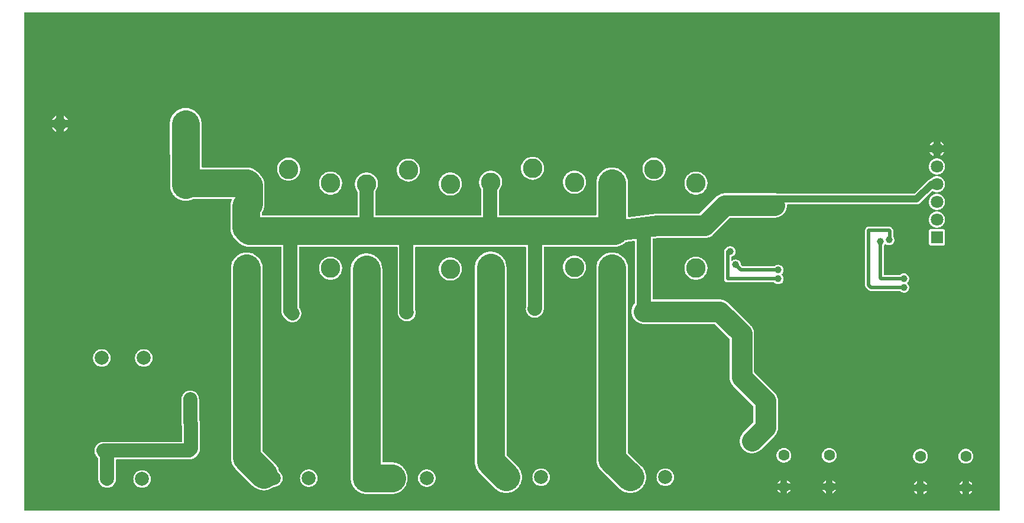
<source format=gbl>
G04 Layer: BottomLayer*
G04 EasyEDA v6.4.21, 2021-08-30T13:38:49+01:00*
G04 675468226515401a9f91b2405e789893,c56e7913202049aab2d2ce8198c124d2,10*
G04 Gerber Generator version 0.2*
G04 Scale: 100 percent, Rotated: No, Reflected: No *
G04 Dimensions in millimeters *
G04 leading zeros omitted , absolute positions ,4 integer and 5 decimal *
%FSLAX45Y45*%
%MOMM*%

%ADD11C,2.0000*%
%ADD12C,1.0000*%
%ADD13C,0.5000*%
%ADD15C,4.0000*%
%ADD27C,1.6000*%
%ADD28C,2.7940*%
%ADD29C,1.8000*%
%ADD30R,1.8000X1.8000*%
%ADD31C,3.0000*%

%LPD*%
G36*
X36068Y-1823974D02*
G01*
X32156Y-1823212D01*
X28905Y-1820976D01*
X26670Y-1817725D01*
X25908Y-1813814D01*
X25908Y5313934D01*
X26670Y5317845D01*
X28905Y5321096D01*
X32156Y5323332D01*
X36068Y5324094D01*
X13984732Y5324094D01*
X13988643Y5323332D01*
X13991894Y5321096D01*
X13994130Y5317845D01*
X13994892Y5313934D01*
X13994892Y-1813814D01*
X13994130Y-1817725D01*
X13991894Y-1820976D01*
X13988643Y-1823212D01*
X13984732Y-1823974D01*
G37*

%LPC*%
G36*
X12811252Y-1589938D02*
G01*
X12811252Y-1541373D01*
X12762636Y-1541373D01*
X12765887Y-1547926D01*
X12773609Y-1559458D01*
X12782753Y-1569872D01*
X12793167Y-1579016D01*
X12804648Y-1586687D01*
G37*
G36*
X12903962Y-1589938D02*
G01*
X12910566Y-1586687D01*
X12922046Y-1579016D01*
X12932460Y-1569872D01*
X12941604Y-1559458D01*
X12949326Y-1547926D01*
X12952577Y-1541373D01*
X12903962Y-1541373D01*
G37*
G36*
X13461238Y-1589938D02*
G01*
X13461238Y-1541373D01*
X13412673Y-1541373D01*
X13415924Y-1547926D01*
X13423595Y-1559458D01*
X13432739Y-1569872D01*
X13443153Y-1579016D01*
X13454684Y-1586687D01*
G37*
G36*
X13553948Y-1589938D02*
G01*
X13560551Y-1586687D01*
X13572083Y-1579016D01*
X13582497Y-1569872D01*
X13591590Y-1559458D01*
X13599312Y-1547926D01*
X13602563Y-1541373D01*
X13553948Y-1541373D01*
G37*
G36*
X4924806Y-1584807D02*
G01*
X5286502Y-1584807D01*
X5307584Y-1583842D01*
X5328259Y-1580946D01*
X5348579Y-1576171D01*
X5368340Y-1569567D01*
X5387441Y-1561134D01*
X5405678Y-1550974D01*
X5422900Y-1539189D01*
X5438952Y-1525828D01*
X5453684Y-1511096D01*
X5467045Y-1495044D01*
X5478830Y-1477822D01*
X5488990Y-1459585D01*
X5497423Y-1440484D01*
X5504027Y-1420723D01*
X5508802Y-1400403D01*
X5511698Y-1379728D01*
X5512663Y-1358900D01*
X5511698Y-1338072D01*
X5508802Y-1317396D01*
X5504027Y-1297076D01*
X5497423Y-1277315D01*
X5488990Y-1258214D01*
X5478830Y-1239977D01*
X5467045Y-1222756D01*
X5453684Y-1206703D01*
X5438952Y-1191971D01*
X5422900Y-1178610D01*
X5405678Y-1166825D01*
X5387441Y-1156665D01*
X5368340Y-1148232D01*
X5348579Y-1141628D01*
X5328259Y-1136853D01*
X5307584Y-1133957D01*
X5286502Y-1132992D01*
X5160619Y-1132992D01*
X5156708Y-1132230D01*
X5153456Y-1129995D01*
X5151221Y-1126744D01*
X5150459Y-1122832D01*
X5150459Y1639265D01*
X5149494Y1660347D01*
X5146598Y1681022D01*
X5141823Y1701292D01*
X5135219Y1721104D01*
X5126786Y1740204D01*
X5116626Y1758391D01*
X5104841Y1775612D01*
X5091480Y1791665D01*
X5076748Y1806448D01*
X5060696Y1819757D01*
X5043474Y1831543D01*
X5025237Y1841703D01*
X5006136Y1850136D01*
X4986375Y1856790D01*
X4966055Y1861566D01*
X4945380Y1864410D01*
X4924552Y1865375D01*
X4903724Y1864410D01*
X4883048Y1861566D01*
X4862728Y1856790D01*
X4842967Y1850136D01*
X4823866Y1841703D01*
X4805629Y1831543D01*
X4788408Y1819757D01*
X4772355Y1806448D01*
X4757623Y1791665D01*
X4744262Y1775612D01*
X4732477Y1758391D01*
X4722317Y1740204D01*
X4713884Y1721104D01*
X4707280Y1701292D01*
X4702505Y1681022D01*
X4699609Y1660347D01*
X4698644Y1639265D01*
X4698644Y-1358646D01*
X4699609Y-1379728D01*
X4702505Y-1400403D01*
X4707280Y-1420723D01*
X4713884Y-1440484D01*
X4722317Y-1459585D01*
X4732477Y-1477822D01*
X4744262Y-1495044D01*
X4757623Y-1511096D01*
X4772355Y-1525828D01*
X4788408Y-1539189D01*
X4805629Y-1550974D01*
X4823866Y-1561134D01*
X4842967Y-1569567D01*
X4862728Y-1576171D01*
X4883048Y-1580946D01*
X4903724Y-1583842D01*
G37*
G36*
X11505438Y-1577238D02*
G01*
X11505438Y-1528622D01*
X11456822Y-1528622D01*
X11460073Y-1535226D01*
X11467795Y-1546758D01*
X11476939Y-1557172D01*
X11487353Y-1566316D01*
X11498834Y-1573987D01*
G37*
G36*
X10948162Y-1577238D02*
G01*
X10954715Y-1573987D01*
X10966246Y-1566316D01*
X10976660Y-1557172D01*
X10985804Y-1546758D01*
X10993475Y-1535226D01*
X10996726Y-1528622D01*
X10948162Y-1528622D01*
G37*
G36*
X10855452Y-1577238D02*
G01*
X10855452Y-1528622D01*
X10806836Y-1528622D01*
X10810087Y-1535226D01*
X10817809Y-1546758D01*
X10826902Y-1557172D01*
X10837316Y-1566316D01*
X10848848Y-1573987D01*
G37*
G36*
X11598148Y-1577238D02*
G01*
X11604752Y-1573987D01*
X11616232Y-1566316D01*
X11626646Y-1557172D01*
X11635790Y-1546758D01*
X11643512Y-1535226D01*
X11646763Y-1528622D01*
X11598148Y-1528622D01*
G37*
G36*
X6914642Y-1571853D02*
G01*
X6935470Y-1571853D01*
X6956247Y-1569923D01*
X6976770Y-1566113D01*
X6996836Y-1560372D01*
X7016292Y-1552854D01*
X7034987Y-1543558D01*
X7052716Y-1532585D01*
X7069378Y-1519986D01*
X7084771Y-1505915D01*
X7098842Y-1490522D01*
X7111441Y-1473860D01*
X7122414Y-1456131D01*
X7131710Y-1437436D01*
X7139228Y-1417980D01*
X7144969Y-1397914D01*
X7148779Y-1377391D01*
X7150709Y-1356614D01*
X7150709Y-1335786D01*
X7148779Y-1315008D01*
X7144969Y-1294485D01*
X7139228Y-1274419D01*
X7131710Y-1254963D01*
X7122414Y-1236268D01*
X7111441Y-1218539D01*
X7098842Y-1201877D01*
X7084618Y-1186281D01*
X6931456Y-1033119D01*
X6929221Y-1029817D01*
X6928459Y-1025906D01*
X6928459Y1664665D01*
X6927494Y1685747D01*
X6924598Y1706422D01*
X6919823Y1726692D01*
X6913219Y1746504D01*
X6904786Y1765604D01*
X6894626Y1783791D01*
X6882841Y1801012D01*
X6869480Y1817065D01*
X6854748Y1831848D01*
X6838696Y1845157D01*
X6821474Y1856943D01*
X6803237Y1867103D01*
X6784136Y1875536D01*
X6764375Y1882190D01*
X6744055Y1886966D01*
X6723380Y1889810D01*
X6702552Y1890775D01*
X6681724Y1889810D01*
X6661048Y1886966D01*
X6640728Y1882190D01*
X6620967Y1875536D01*
X6601866Y1867103D01*
X6583629Y1856943D01*
X6566408Y1845157D01*
X6550355Y1831848D01*
X6535623Y1817065D01*
X6522262Y1801012D01*
X6510477Y1783791D01*
X6500317Y1765604D01*
X6491884Y1746504D01*
X6485280Y1726692D01*
X6480505Y1706422D01*
X6477609Y1685747D01*
X6476644Y1664665D01*
X6476644Y-1123442D01*
X6476898Y-1134110D01*
X6477609Y-1144524D01*
X6478828Y-1154887D01*
X6480505Y-1165199D01*
X6482638Y-1175410D01*
X6485280Y-1185519D01*
X6488379Y-1195476D01*
X6491884Y-1205280D01*
X6495897Y-1214932D01*
X6500317Y-1224381D01*
X6505194Y-1233627D01*
X6510477Y-1242618D01*
X6516166Y-1251356D01*
X6522262Y-1259840D01*
X6528765Y-1268018D01*
X6535623Y-1275892D01*
X6542989Y-1283614D01*
X6765137Y-1505762D01*
X6780733Y-1519986D01*
X6797395Y-1532585D01*
X6815124Y-1543558D01*
X6833819Y-1552854D01*
X6853275Y-1560372D01*
X6873341Y-1566113D01*
X6893864Y-1569923D01*
G37*
G36*
X8692642Y-1571853D02*
G01*
X8713470Y-1571853D01*
X8734247Y-1569923D01*
X8754770Y-1566113D01*
X8774836Y-1560372D01*
X8794292Y-1552854D01*
X8812987Y-1543558D01*
X8830716Y-1532585D01*
X8847378Y-1519986D01*
X8862771Y-1505915D01*
X8876842Y-1490522D01*
X8889441Y-1473860D01*
X8900414Y-1456131D01*
X8909710Y-1437436D01*
X8917228Y-1417980D01*
X8922969Y-1397914D01*
X8926779Y-1377391D01*
X8928709Y-1356614D01*
X8928709Y-1335786D01*
X8926779Y-1315008D01*
X8922969Y-1294485D01*
X8917228Y-1274419D01*
X8909710Y-1254963D01*
X8900414Y-1236268D01*
X8889441Y-1218539D01*
X8876842Y-1201877D01*
X8862618Y-1186281D01*
X8671356Y-995019D01*
X8669121Y-991717D01*
X8668359Y-987806D01*
X8668359Y1651965D01*
X8667394Y1673047D01*
X8664498Y1693722D01*
X8659723Y1713992D01*
X8653119Y1733804D01*
X8644686Y1752904D01*
X8634526Y1771091D01*
X8622741Y1788312D01*
X8609380Y1804365D01*
X8594648Y1819148D01*
X8578596Y1832457D01*
X8561374Y1844243D01*
X8543137Y1854403D01*
X8524036Y1862836D01*
X8504275Y1869490D01*
X8483955Y1874266D01*
X8463280Y1877110D01*
X8442452Y1878075D01*
X8421624Y1877110D01*
X8400948Y1874266D01*
X8380628Y1869490D01*
X8360867Y1862836D01*
X8341766Y1854403D01*
X8323529Y1844243D01*
X8306308Y1832457D01*
X8290255Y1819148D01*
X8275523Y1804365D01*
X8262162Y1788312D01*
X8250377Y1771091D01*
X8240217Y1752904D01*
X8231784Y1733804D01*
X8225180Y1713992D01*
X8220405Y1693722D01*
X8217509Y1673047D01*
X8216544Y1651965D01*
X8216544Y-1085342D01*
X8216798Y-1096010D01*
X8217509Y-1106424D01*
X8218728Y-1116787D01*
X8220405Y-1127099D01*
X8222538Y-1137310D01*
X8225180Y-1147419D01*
X8228279Y-1157376D01*
X8231784Y-1167180D01*
X8235797Y-1176832D01*
X8240217Y-1186281D01*
X8245094Y-1195527D01*
X8250377Y-1204518D01*
X8256066Y-1213256D01*
X8262162Y-1221740D01*
X8268665Y-1229918D01*
X8275523Y-1237792D01*
X8282889Y-1245514D01*
X8543137Y-1505762D01*
X8558733Y-1519986D01*
X8575395Y-1532585D01*
X8593124Y-1543558D01*
X8611819Y-1552854D01*
X8631275Y-1560372D01*
X8651341Y-1566113D01*
X8671864Y-1569923D01*
G37*
G36*
X3443986Y-1533753D02*
G01*
X3464814Y-1533753D01*
X3485591Y-1531823D01*
X3506114Y-1528013D01*
X3526180Y-1522272D01*
X3545636Y-1514754D01*
X3564331Y-1505458D01*
X3582060Y-1494485D01*
X3592169Y-1486814D01*
X3594811Y-1485392D01*
X3597706Y-1484782D01*
X3612845Y-1483868D01*
X3627780Y-1481124D01*
X3642309Y-1476603D01*
X3656177Y-1470355D01*
X3669182Y-1462481D01*
X3681120Y-1453134D01*
X3691890Y-1442364D01*
X3701237Y-1430426D01*
X3709111Y-1417421D01*
X3715359Y-1403553D01*
X3719880Y-1389024D01*
X3722624Y-1374089D01*
X3723538Y-1358900D01*
X3722624Y-1343710D01*
X3719880Y-1328775D01*
X3715359Y-1314246D01*
X3709111Y-1300378D01*
X3701237Y-1287373D01*
X3691890Y-1275435D01*
X3681069Y-1264615D01*
X3677767Y-1261922D01*
X3675735Y-1259636D01*
X3674414Y-1256842D01*
X3668572Y-1236319D01*
X3661054Y-1216863D01*
X3651758Y-1198168D01*
X3640785Y-1180439D01*
X3628186Y-1163777D01*
X3613962Y-1148181D01*
X3438956Y-973175D01*
X3436721Y-969873D01*
X3435959Y-965962D01*
X3435959Y1651965D01*
X3434994Y1673047D01*
X3432098Y1693722D01*
X3427323Y1713992D01*
X3420719Y1733804D01*
X3412286Y1752904D01*
X3402126Y1771091D01*
X3390341Y1788312D01*
X3376980Y1804365D01*
X3362248Y1819148D01*
X3346196Y1832457D01*
X3328974Y1844243D01*
X3310737Y1854403D01*
X3291636Y1862836D01*
X3271875Y1869490D01*
X3251555Y1874266D01*
X3230880Y1877110D01*
X3210052Y1878075D01*
X3189224Y1877110D01*
X3168548Y1874266D01*
X3148228Y1869490D01*
X3128467Y1862836D01*
X3109366Y1854403D01*
X3091129Y1844243D01*
X3073908Y1832457D01*
X3057855Y1819148D01*
X3043123Y1804365D01*
X3029762Y1788312D01*
X3017977Y1771091D01*
X3007817Y1752904D01*
X2999384Y1733804D01*
X2992780Y1713992D01*
X2988005Y1693722D01*
X2985109Y1673047D01*
X2984144Y1651965D01*
X2984144Y-1063498D01*
X2984398Y-1074166D01*
X2985109Y-1084580D01*
X2986328Y-1094943D01*
X2988005Y-1105255D01*
X2990138Y-1115466D01*
X2992780Y-1125575D01*
X2995879Y-1135532D01*
X2999384Y-1145336D01*
X3003397Y-1154988D01*
X3007817Y-1164437D01*
X3012694Y-1173683D01*
X3017977Y-1182674D01*
X3023666Y-1191412D01*
X3029762Y-1199896D01*
X3036265Y-1208074D01*
X3043123Y-1215948D01*
X3050489Y-1223670D01*
X3294481Y-1467662D01*
X3310077Y-1481886D01*
X3326739Y-1494485D01*
X3344468Y-1505458D01*
X3363163Y-1514754D01*
X3382619Y-1522272D01*
X3402685Y-1528013D01*
X3423208Y-1531823D01*
G37*
G36*
X1710943Y-1497482D02*
G01*
X1726133Y-1496568D01*
X1741068Y-1493824D01*
X1755597Y-1489303D01*
X1769465Y-1483055D01*
X1782470Y-1475181D01*
X1794408Y-1465834D01*
X1805178Y-1455064D01*
X1814525Y-1443126D01*
X1822399Y-1430121D01*
X1828647Y-1416253D01*
X1833168Y-1401724D01*
X1835912Y-1386789D01*
X1836826Y-1371600D01*
X1835912Y-1356410D01*
X1833168Y-1341475D01*
X1828647Y-1326946D01*
X1822399Y-1313078D01*
X1814525Y-1300073D01*
X1805178Y-1288135D01*
X1794408Y-1277366D01*
X1782470Y-1268018D01*
X1769465Y-1260144D01*
X1755597Y-1253896D01*
X1741068Y-1249375D01*
X1726133Y-1246632D01*
X1710943Y-1245717D01*
X1695754Y-1246632D01*
X1680819Y-1249375D01*
X1666290Y-1253896D01*
X1652422Y-1260144D01*
X1639417Y-1268018D01*
X1627479Y-1277366D01*
X1616710Y-1288135D01*
X1607362Y-1300073D01*
X1599488Y-1313078D01*
X1593240Y-1326946D01*
X1588719Y-1341475D01*
X1585976Y-1356410D01*
X1585061Y-1371600D01*
X1585976Y-1386789D01*
X1588719Y-1401724D01*
X1593240Y-1416253D01*
X1599488Y-1430121D01*
X1607362Y-1443126D01*
X1616710Y-1455064D01*
X1627479Y-1465834D01*
X1639417Y-1475181D01*
X1652422Y-1483055D01*
X1666290Y-1489303D01*
X1680819Y-1493824D01*
X1695754Y-1496568D01*
G37*
G36*
X1210056Y-1497482D02*
G01*
X1225245Y-1496568D01*
X1240180Y-1493824D01*
X1254709Y-1489303D01*
X1268577Y-1483055D01*
X1281582Y-1475181D01*
X1293520Y-1465834D01*
X1304290Y-1455064D01*
X1313637Y-1443126D01*
X1321511Y-1430121D01*
X1327759Y-1416253D01*
X1332280Y-1401724D01*
X1335024Y-1386789D01*
X1335989Y-1371295D01*
X1335989Y-1101293D01*
X1336751Y-1097381D01*
X1338935Y-1094079D01*
X1342237Y-1091895D01*
X1346149Y-1091133D01*
X2387447Y-1091133D01*
X2395220Y-1090879D01*
X2402789Y-1090168D01*
X2410307Y-1089050D01*
X2417724Y-1087424D01*
X2425039Y-1085392D01*
X2432253Y-1082903D01*
X2439263Y-1080008D01*
X2446121Y-1076706D01*
X2452725Y-1072946D01*
X2459126Y-1068832D01*
X2465222Y-1064310D01*
X2471064Y-1059434D01*
X2476754Y-1054100D01*
X2501900Y-1028953D01*
X2507234Y-1023264D01*
X2512110Y-1017422D01*
X2516632Y-1011326D01*
X2520746Y-1004925D01*
X2524506Y-998321D01*
X2527808Y-991463D01*
X2530703Y-984453D01*
X2533192Y-977239D01*
X2535224Y-969924D01*
X2536850Y-962507D01*
X2537968Y-954989D01*
X2538679Y-947419D01*
X2538933Y-939647D01*
X2538933Y-571652D01*
X2538679Y-563880D01*
X2537968Y-556310D01*
X2536850Y-548792D01*
X2535224Y-541375D01*
X2533192Y-534060D01*
X2530754Y-526897D01*
X2527046Y-518312D01*
X2526233Y-514299D01*
X2526233Y-228904D01*
X2525268Y-213410D01*
X2522524Y-198475D01*
X2518003Y-183946D01*
X2511755Y-170078D01*
X2503881Y-157073D01*
X2494534Y-145135D01*
X2483764Y-134366D01*
X2471826Y-125018D01*
X2458821Y-117144D01*
X2444953Y-110896D01*
X2430424Y-106375D01*
X2415489Y-103632D01*
X2400300Y-102717D01*
X2385110Y-103632D01*
X2370175Y-106375D01*
X2355646Y-110896D01*
X2341778Y-117144D01*
X2328773Y-125018D01*
X2316835Y-134366D01*
X2306066Y-145135D01*
X2296718Y-157073D01*
X2288844Y-170078D01*
X2282596Y-183946D01*
X2278075Y-198475D01*
X2275332Y-213410D01*
X2274366Y-228904D01*
X2274366Y-558647D01*
X2274620Y-566420D01*
X2275332Y-573989D01*
X2276449Y-581507D01*
X2278075Y-588924D01*
X2280107Y-596239D01*
X2282545Y-603402D01*
X2286254Y-611987D01*
X2287066Y-616000D01*
X2287066Y-829157D01*
X2286304Y-833018D01*
X2284120Y-836320D01*
X2280818Y-838504D01*
X2276957Y-839317D01*
X1155852Y-839317D01*
X1148080Y-839520D01*
X1140510Y-840232D01*
X1132992Y-841349D01*
X1125575Y-842975D01*
X1118260Y-845007D01*
X1111046Y-847496D01*
X1104036Y-850392D01*
X1097178Y-853694D01*
X1090574Y-857453D01*
X1084173Y-861568D01*
X1078077Y-866089D01*
X1072235Y-870966D01*
X1066698Y-876198D01*
X1061466Y-881735D01*
X1056589Y-887577D01*
X1052068Y-893673D01*
X1047953Y-900074D01*
X1044194Y-906678D01*
X1040892Y-913536D01*
X1037996Y-920546D01*
X1035507Y-927760D01*
X1033475Y-935075D01*
X1031849Y-942492D01*
X1030732Y-950010D01*
X1030020Y-957580D01*
X1029817Y-965200D01*
X1030020Y-972819D01*
X1030732Y-980389D01*
X1031849Y-987907D01*
X1033475Y-995324D01*
X1035507Y-1002639D01*
X1037996Y-1009853D01*
X1040892Y-1016863D01*
X1044194Y-1023721D01*
X1047953Y-1030325D01*
X1052068Y-1036726D01*
X1056589Y-1042822D01*
X1061466Y-1048664D01*
X1066800Y-1054354D01*
X1081176Y-1068730D01*
X1083360Y-1072032D01*
X1084173Y-1075893D01*
X1084173Y-1371295D01*
X1085088Y-1386789D01*
X1087831Y-1401724D01*
X1092352Y-1416253D01*
X1098600Y-1430121D01*
X1106474Y-1443126D01*
X1115822Y-1455064D01*
X1126591Y-1465834D01*
X1138529Y-1475181D01*
X1151534Y-1483055D01*
X1165402Y-1489303D01*
X1179931Y-1493824D01*
X1194866Y-1496568D01*
G37*
G36*
X5787644Y-1484782D02*
G01*
X5802833Y-1483868D01*
X5817768Y-1481124D01*
X5832297Y-1476603D01*
X5846165Y-1470355D01*
X5859170Y-1462481D01*
X5871108Y-1453134D01*
X5881878Y-1442364D01*
X5891225Y-1430426D01*
X5899099Y-1417421D01*
X5905347Y-1403553D01*
X5909868Y-1389024D01*
X5912612Y-1374089D01*
X5913526Y-1358900D01*
X5912612Y-1343710D01*
X5909868Y-1328775D01*
X5905347Y-1314246D01*
X5899099Y-1300378D01*
X5891225Y-1287373D01*
X5881878Y-1275435D01*
X5871108Y-1264666D01*
X5859170Y-1255318D01*
X5846165Y-1247444D01*
X5832297Y-1241196D01*
X5817768Y-1236675D01*
X5802833Y-1233932D01*
X5787644Y-1233017D01*
X5772454Y-1233932D01*
X5757519Y-1236675D01*
X5742990Y-1241196D01*
X5729122Y-1247444D01*
X5716117Y-1255318D01*
X5704179Y-1264666D01*
X5693410Y-1275435D01*
X5684062Y-1287373D01*
X5676188Y-1300378D01*
X5669940Y-1314246D01*
X5665419Y-1328775D01*
X5662676Y-1343710D01*
X5661761Y-1358900D01*
X5662676Y-1374089D01*
X5665419Y-1389024D01*
X5669940Y-1403553D01*
X5676188Y-1417421D01*
X5684062Y-1430426D01*
X5693410Y-1442364D01*
X5704179Y-1453134D01*
X5716117Y-1462481D01*
X5729122Y-1470355D01*
X5742990Y-1476603D01*
X5757519Y-1481124D01*
X5772454Y-1483868D01*
G37*
G36*
X4098544Y-1484782D02*
G01*
X4113733Y-1483868D01*
X4128668Y-1481124D01*
X4143197Y-1476603D01*
X4157065Y-1470355D01*
X4170070Y-1462481D01*
X4182008Y-1453134D01*
X4192778Y-1442364D01*
X4202125Y-1430426D01*
X4209999Y-1417421D01*
X4216247Y-1403553D01*
X4220768Y-1389024D01*
X4223512Y-1374089D01*
X4224426Y-1358900D01*
X4223512Y-1343710D01*
X4220768Y-1328775D01*
X4216247Y-1314246D01*
X4209999Y-1300378D01*
X4202125Y-1287373D01*
X4192778Y-1275435D01*
X4182008Y-1264666D01*
X4170070Y-1255318D01*
X4157065Y-1247444D01*
X4143197Y-1241196D01*
X4128668Y-1236675D01*
X4113733Y-1233932D01*
X4098544Y-1233017D01*
X4083354Y-1233932D01*
X4068419Y-1236675D01*
X4053890Y-1241196D01*
X4040022Y-1247444D01*
X4027017Y-1255318D01*
X4015079Y-1264666D01*
X4004310Y-1275435D01*
X3994962Y-1287373D01*
X3987088Y-1300378D01*
X3980840Y-1314246D01*
X3976319Y-1328775D01*
X3973576Y-1343710D01*
X3972661Y-1358900D01*
X3973576Y-1374089D01*
X3976319Y-1389024D01*
X3980840Y-1403553D01*
X3987088Y-1417421D01*
X3994962Y-1430426D01*
X4004310Y-1442364D01*
X4015079Y-1453134D01*
X4027017Y-1462481D01*
X4040022Y-1470355D01*
X4053890Y-1476603D01*
X4068419Y-1481124D01*
X4083354Y-1483868D01*
G37*
G36*
X7425944Y-1472082D02*
G01*
X7441133Y-1471168D01*
X7456068Y-1468424D01*
X7470597Y-1463903D01*
X7484465Y-1457655D01*
X7497470Y-1449781D01*
X7509408Y-1440434D01*
X7520178Y-1429664D01*
X7529525Y-1417726D01*
X7537399Y-1404721D01*
X7543647Y-1390853D01*
X7548168Y-1376324D01*
X7550912Y-1361389D01*
X7551826Y-1346200D01*
X7550912Y-1331010D01*
X7548168Y-1316075D01*
X7543647Y-1301546D01*
X7537399Y-1287678D01*
X7529525Y-1274673D01*
X7520178Y-1262735D01*
X7509408Y-1251966D01*
X7497470Y-1242618D01*
X7484465Y-1234744D01*
X7470597Y-1228496D01*
X7456068Y-1223975D01*
X7441133Y-1221232D01*
X7425944Y-1220317D01*
X7410754Y-1221232D01*
X7395819Y-1223975D01*
X7381290Y-1228496D01*
X7367422Y-1234744D01*
X7354417Y-1242618D01*
X7342479Y-1251966D01*
X7331709Y-1262735D01*
X7322362Y-1274673D01*
X7314488Y-1287678D01*
X7308240Y-1301546D01*
X7303719Y-1316075D01*
X7300975Y-1331010D01*
X7300061Y-1346200D01*
X7300975Y-1361389D01*
X7303719Y-1376324D01*
X7308240Y-1390853D01*
X7314488Y-1404721D01*
X7322362Y-1417726D01*
X7331709Y-1429664D01*
X7342479Y-1440434D01*
X7354417Y-1449781D01*
X7367422Y-1457655D01*
X7381290Y-1463903D01*
X7395819Y-1468424D01*
X7410754Y-1471168D01*
G37*
G36*
X9203944Y-1472082D02*
G01*
X9219133Y-1471168D01*
X9234068Y-1468424D01*
X9248597Y-1463903D01*
X9262465Y-1457655D01*
X9275470Y-1449781D01*
X9287408Y-1440434D01*
X9298178Y-1429664D01*
X9307525Y-1417726D01*
X9315399Y-1404721D01*
X9321647Y-1390853D01*
X9326168Y-1376324D01*
X9328912Y-1361389D01*
X9329826Y-1346200D01*
X9328912Y-1331010D01*
X9326168Y-1316075D01*
X9321647Y-1301546D01*
X9315399Y-1287678D01*
X9307525Y-1274673D01*
X9298178Y-1262735D01*
X9287408Y-1251966D01*
X9275470Y-1242618D01*
X9262465Y-1234744D01*
X9248597Y-1228496D01*
X9234068Y-1223975D01*
X9219133Y-1221232D01*
X9203944Y-1220317D01*
X9188754Y-1221232D01*
X9173819Y-1223975D01*
X9159290Y-1228496D01*
X9145422Y-1234744D01*
X9132417Y-1242618D01*
X9120479Y-1251966D01*
X9109710Y-1262735D01*
X9100362Y-1274673D01*
X9092488Y-1287678D01*
X9086240Y-1301546D01*
X9081719Y-1316075D01*
X9078976Y-1331010D01*
X9078061Y-1346200D01*
X9078976Y-1361389D01*
X9081719Y-1376324D01*
X9086240Y-1390853D01*
X9092488Y-1404721D01*
X9100362Y-1417726D01*
X9109710Y-1429664D01*
X9120479Y-1440434D01*
X9132417Y-1449781D01*
X9145422Y-1457655D01*
X9159290Y-1463903D01*
X9173819Y-1468424D01*
X9188754Y-1471168D01*
G37*
G36*
X12903962Y-1448663D02*
G01*
X12952577Y-1448663D01*
X12949326Y-1442059D01*
X12941604Y-1430528D01*
X12932460Y-1420114D01*
X12922046Y-1411020D01*
X12910566Y-1403299D01*
X12903962Y-1400048D01*
G37*
G36*
X12762636Y-1448663D02*
G01*
X12811252Y-1448663D01*
X12811252Y-1400048D01*
X12804648Y-1403299D01*
X12793167Y-1411020D01*
X12782753Y-1420114D01*
X12773609Y-1430528D01*
X12765887Y-1442059D01*
G37*
G36*
X13412673Y-1448663D02*
G01*
X13461238Y-1448663D01*
X13461238Y-1400048D01*
X13454684Y-1403299D01*
X13443153Y-1411020D01*
X13432739Y-1420114D01*
X13423595Y-1430528D01*
X13415924Y-1442059D01*
G37*
G36*
X13553948Y-1448663D02*
G01*
X13602563Y-1448663D01*
X13599312Y-1442059D01*
X13591590Y-1430528D01*
X13582497Y-1420114D01*
X13572083Y-1411020D01*
X13560551Y-1403299D01*
X13553948Y-1400048D01*
G37*
G36*
X10948162Y-1435963D02*
G01*
X10996726Y-1435963D01*
X10993475Y-1429359D01*
X10985804Y-1417828D01*
X10976660Y-1407414D01*
X10966246Y-1398270D01*
X10954715Y-1390599D01*
X10948162Y-1387348D01*
G37*
G36*
X11456822Y-1435963D02*
G01*
X11505438Y-1435963D01*
X11505438Y-1387348D01*
X11498834Y-1390599D01*
X11487353Y-1398270D01*
X11476939Y-1407414D01*
X11467795Y-1417828D01*
X11460073Y-1429359D01*
G37*
G36*
X11598148Y-1435963D02*
G01*
X11646763Y-1435963D01*
X11643512Y-1429359D01*
X11635790Y-1417828D01*
X11626646Y-1407414D01*
X11616232Y-1398270D01*
X11604752Y-1390599D01*
X11598148Y-1387348D01*
G37*
G36*
X10806836Y-1435963D02*
G01*
X10855452Y-1435963D01*
X10855452Y-1387348D01*
X10848848Y-1390599D01*
X10837316Y-1398270D01*
X10826902Y-1407414D01*
X10817809Y-1417828D01*
X10810087Y-1429359D01*
G37*
G36*
X12857581Y-1150874D02*
G01*
X12871450Y-1150010D01*
X12885013Y-1147267D01*
X12898120Y-1142847D01*
X12910566Y-1136700D01*
X12922046Y-1129030D01*
X12932460Y-1119886D01*
X12941604Y-1109472D01*
X12949326Y-1097940D01*
X12955422Y-1085545D01*
X12959892Y-1072388D01*
X12962585Y-1058824D01*
X12963499Y-1045006D01*
X12962585Y-1031189D01*
X12959892Y-1017625D01*
X12955422Y-1004468D01*
X12949326Y-992073D01*
X12941604Y-980541D01*
X12932460Y-970127D01*
X12922046Y-960983D01*
X12910566Y-953312D01*
X12898120Y-947166D01*
X12885013Y-942746D01*
X12871450Y-940003D01*
X12857581Y-939139D01*
X12843764Y-940003D01*
X12830200Y-942746D01*
X12817094Y-947166D01*
X12804648Y-953312D01*
X12793167Y-960983D01*
X12782753Y-970127D01*
X12773609Y-980541D01*
X12765887Y-992073D01*
X12759791Y-1004468D01*
X12755321Y-1017625D01*
X12752628Y-1031189D01*
X12751714Y-1045006D01*
X12752628Y-1058824D01*
X12755321Y-1072388D01*
X12759791Y-1085545D01*
X12765887Y-1097940D01*
X12773609Y-1109472D01*
X12782753Y-1119886D01*
X12793167Y-1129030D01*
X12804648Y-1136700D01*
X12817094Y-1142847D01*
X12830200Y-1147267D01*
X12843764Y-1150010D01*
G37*
G36*
X13507618Y-1150874D02*
G01*
X13521436Y-1150010D01*
X13534999Y-1147267D01*
X13548106Y-1142847D01*
X13560551Y-1136700D01*
X13572083Y-1129030D01*
X13582497Y-1119886D01*
X13591590Y-1109472D01*
X13599312Y-1097940D01*
X13605408Y-1085545D01*
X13609878Y-1072388D01*
X13612571Y-1058824D01*
X13613485Y-1045006D01*
X13612571Y-1031189D01*
X13609878Y-1017625D01*
X13605408Y-1004468D01*
X13599312Y-992073D01*
X13591590Y-980541D01*
X13582497Y-970127D01*
X13572083Y-960983D01*
X13560551Y-953312D01*
X13548106Y-947166D01*
X13534999Y-942746D01*
X13521436Y-940003D01*
X13507618Y-939139D01*
X13493800Y-940003D01*
X13480186Y-942746D01*
X13467080Y-947166D01*
X13454684Y-953312D01*
X13443153Y-960983D01*
X13432739Y-970127D01*
X13423595Y-980541D01*
X13415924Y-992073D01*
X13409777Y-1004468D01*
X13405307Y-1017625D01*
X13402614Y-1031189D01*
X13401700Y-1045006D01*
X13402614Y-1058824D01*
X13405307Y-1072388D01*
X13409777Y-1085545D01*
X13415924Y-1097940D01*
X13423595Y-1109472D01*
X13432739Y-1119886D01*
X13443153Y-1129030D01*
X13454684Y-1136700D01*
X13467080Y-1142847D01*
X13480186Y-1147267D01*
X13493800Y-1150010D01*
G37*
G36*
X10901781Y-1138174D02*
G01*
X10915599Y-1137259D01*
X10929213Y-1134567D01*
X10942320Y-1130096D01*
X10954715Y-1124000D01*
X10966246Y-1116279D01*
X10976660Y-1107186D01*
X10985804Y-1096772D01*
X10993475Y-1085240D01*
X10999622Y-1072794D01*
X11004092Y-1059688D01*
X11006785Y-1046124D01*
X11007699Y-1032306D01*
X11006785Y-1018489D01*
X11004092Y-1004874D01*
X10999622Y-991768D01*
X10993475Y-979373D01*
X10985804Y-967841D01*
X10976660Y-957427D01*
X10966246Y-948283D01*
X10954715Y-940612D01*
X10942320Y-934466D01*
X10929213Y-929995D01*
X10915599Y-927303D01*
X10901781Y-926388D01*
X10887964Y-927303D01*
X10874400Y-929995D01*
X10861294Y-934466D01*
X10848848Y-940612D01*
X10837316Y-948283D01*
X10826902Y-957427D01*
X10817809Y-967841D01*
X10810087Y-979373D01*
X10803991Y-991768D01*
X10799521Y-1004874D01*
X10796828Y-1018489D01*
X10795914Y-1032306D01*
X10796828Y-1046124D01*
X10799521Y-1059688D01*
X10803991Y-1072794D01*
X10810087Y-1085240D01*
X10817809Y-1096772D01*
X10826902Y-1107186D01*
X10837316Y-1116279D01*
X10848848Y-1124000D01*
X10861294Y-1130096D01*
X10874400Y-1134567D01*
X10887964Y-1137259D01*
G37*
G36*
X11551818Y-1138174D02*
G01*
X11565636Y-1137259D01*
X11579199Y-1134567D01*
X11592306Y-1130096D01*
X11604752Y-1124000D01*
X11616232Y-1116279D01*
X11626646Y-1107186D01*
X11635790Y-1096772D01*
X11643512Y-1085240D01*
X11649608Y-1072794D01*
X11654078Y-1059688D01*
X11656771Y-1046124D01*
X11657685Y-1032306D01*
X11656771Y-1018489D01*
X11654078Y-1004874D01*
X11649608Y-991768D01*
X11643512Y-979373D01*
X11635790Y-967841D01*
X11626646Y-957427D01*
X11616232Y-948283D01*
X11604752Y-940612D01*
X11592306Y-934466D01*
X11579199Y-929995D01*
X11565636Y-927303D01*
X11551818Y-926388D01*
X11537950Y-927303D01*
X11524386Y-929995D01*
X11511280Y-934466D01*
X11498834Y-940612D01*
X11487353Y-948283D01*
X11476939Y-957427D01*
X11467795Y-967841D01*
X11460073Y-979373D01*
X11453977Y-991768D01*
X11449507Y-1004874D01*
X11446814Y-1018489D01*
X11445900Y-1032306D01*
X11446814Y-1046124D01*
X11449507Y-1059688D01*
X11453977Y-1072794D01*
X11460073Y-1085240D01*
X11467795Y-1096772D01*
X11476939Y-1107186D01*
X11487353Y-1116279D01*
X11498834Y-1124000D01*
X11511280Y-1130096D01*
X11524386Y-1134567D01*
X11537950Y-1137259D01*
G37*
G36*
X10442651Y-1001318D02*
G01*
X10460482Y-1000861D01*
X10478160Y-998626D01*
X10495534Y-994613D01*
X10512348Y-988821D01*
X10528554Y-981405D01*
X10543895Y-972362D01*
X10558272Y-961796D01*
X10571683Y-949706D01*
X10766856Y-754532D01*
X10776153Y-744524D01*
X10778845Y-741273D01*
X10787075Y-730402D01*
X10789412Y-726948D01*
X10796473Y-715264D01*
X10798454Y-711555D01*
X10804296Y-699262D01*
X10805922Y-695401D01*
X10810494Y-682548D01*
X10811662Y-678535D01*
X10814913Y-665327D01*
X10815726Y-661162D01*
X10817606Y-647700D01*
X10818012Y-643483D01*
X10818520Y-629818D01*
X10818520Y-254203D01*
X10818012Y-240538D01*
X10817606Y-236321D01*
X10815726Y-222859D01*
X10814913Y-218694D01*
X10811662Y-205486D01*
X10810494Y-201472D01*
X10805922Y-188620D01*
X10804296Y-184759D01*
X10798454Y-172466D01*
X10796473Y-168757D01*
X10789412Y-157073D01*
X10787075Y-153619D01*
X10778845Y-142748D01*
X10776153Y-139496D01*
X10766856Y-129489D01*
X10478566Y158800D01*
X10476382Y162102D01*
X10475620Y165963D01*
X10475620Y710996D01*
X10475112Y724662D01*
X10474706Y728878D01*
X10472826Y742340D01*
X10472013Y746506D01*
X10468762Y759714D01*
X10467594Y763727D01*
X10463022Y776579D01*
X10461396Y780440D01*
X10455554Y792734D01*
X10453573Y796442D01*
X10446512Y808126D01*
X10444175Y811580D01*
X10435945Y822452D01*
X10433253Y825703D01*
X10423956Y835710D01*
X10106710Y1152956D01*
X10096703Y1162253D01*
X10093452Y1164945D01*
X10082580Y1173175D01*
X10079126Y1175512D01*
X10067442Y1182573D01*
X10063734Y1184554D01*
X10051440Y1190396D01*
X10047579Y1192022D01*
X10034727Y1196594D01*
X10030714Y1197762D01*
X10017506Y1201013D01*
X10013340Y1201826D01*
X9999878Y1203706D01*
X9995662Y1204112D01*
X9981996Y1204620D01*
X9031173Y1204620D01*
X9027261Y1205382D01*
X9023959Y1207566D01*
X9021775Y1210868D01*
X9021013Y1214780D01*
X9021013Y2065375D01*
X9021622Y2068982D01*
X9023553Y2072132D01*
X9026398Y2074367D01*
X9029903Y2075484D01*
X9106052Y2084679D01*
X9766096Y2084679D01*
X9779762Y2085187D01*
X9783978Y2085593D01*
X9797440Y2087473D01*
X9801606Y2088286D01*
X9814814Y2091537D01*
X9818827Y2092706D01*
X9831679Y2097278D01*
X9835540Y2098903D01*
X9847834Y2104745D01*
X9851542Y2106726D01*
X9863226Y2113788D01*
X9866680Y2116124D01*
X9877552Y2124354D01*
X9880803Y2127046D01*
X9890810Y2136343D01*
X10128300Y2373833D01*
X10131602Y2376017D01*
X10135463Y2376779D01*
X10769346Y2376779D01*
X10787380Y2377694D01*
X10805007Y2380386D01*
X10822279Y2384856D01*
X10838942Y2391054D01*
X10854944Y2398928D01*
X10870082Y2408326D01*
X10884154Y2419248D01*
X10897108Y2431491D01*
X10908690Y2445054D01*
X10918850Y2459634D01*
X10927537Y2475230D01*
X10934547Y2491587D01*
X10939881Y2508605D01*
X10943488Y2526080D01*
X10945266Y2543810D01*
X10945266Y2555544D01*
X10946028Y2559405D01*
X10948263Y2562707D01*
X10951565Y2564942D01*
X10955426Y2565704D01*
X12804241Y2565755D01*
X12813080Y2566568D01*
X12815519Y2566974D01*
X12824155Y2569108D01*
X12826492Y2569870D01*
X12834721Y2573274D01*
X12836906Y2574391D01*
X12844526Y2579014D01*
X12853365Y2586075D01*
X13023189Y2755849D01*
X13025983Y2757830D01*
X13029285Y2758744D01*
X13032689Y2758541D01*
X13035838Y2757220D01*
X13037870Y2755950D01*
X13051028Y2749753D01*
X13064896Y2745232D01*
X13079171Y2742539D01*
X13093700Y2741625D01*
X13108228Y2742539D01*
X13122503Y2745232D01*
X13136372Y2749753D01*
X13149529Y2755950D01*
X13161822Y2763723D01*
X13173049Y2773019D01*
X13183006Y2783636D01*
X13191540Y2795422D01*
X13198551Y2808173D01*
X13203936Y2821686D01*
X13207542Y2835808D01*
X13209371Y2850235D01*
X13209371Y2864764D01*
X13207542Y2879191D01*
X13203936Y2893314D01*
X13198551Y2906826D01*
X13191540Y2919577D01*
X13183006Y2931363D01*
X13173049Y2941980D01*
X13161822Y2951276D01*
X13149529Y2959049D01*
X13136372Y2965246D01*
X13122503Y2969768D01*
X13108228Y2972460D01*
X13093700Y2973374D01*
X13079171Y2972460D01*
X13064896Y2969768D01*
X13051028Y2965246D01*
X13037870Y2959049D01*
X13025577Y2951276D01*
X13014350Y2941980D01*
X13007594Y2934766D01*
X13005308Y2932938D01*
X13002615Y2931871D01*
X12994944Y2929991D01*
X12992608Y2929229D01*
X12984378Y2925826D01*
X12982194Y2924708D01*
X12974574Y2920085D01*
X12965734Y2913024D01*
X12773152Y2720492D01*
X12769850Y2718257D01*
X12765938Y2717495D01*
X10832236Y2717495D01*
X10828680Y2718155D01*
X10822279Y2720543D01*
X10805007Y2725013D01*
X10787380Y2727706D01*
X10769346Y2728620D01*
X10058603Y2728620D01*
X10044938Y2728112D01*
X10040721Y2727706D01*
X10027259Y2725826D01*
X10023094Y2725013D01*
X10009886Y2721762D01*
X10005872Y2720594D01*
X9993020Y2716022D01*
X9989159Y2714396D01*
X9976866Y2708554D01*
X9973157Y2706573D01*
X9961473Y2699512D01*
X9958019Y2697175D01*
X9947148Y2688945D01*
X9943896Y2686253D01*
X9933889Y2676956D01*
X9696399Y2439466D01*
X9693097Y2437282D01*
X9689236Y2436520D01*
X9091320Y2436469D01*
X9076740Y2435606D01*
X8679688Y2387142D01*
X8675471Y2387498D01*
X8671712Y2389581D01*
X8669223Y2393035D01*
X8668308Y2397201D01*
X8668308Y2871978D01*
X8667343Y2893060D01*
X8664448Y2913735D01*
X8659672Y2934004D01*
X8653068Y2953816D01*
X8644636Y2972917D01*
X8634476Y2991104D01*
X8622690Y3008325D01*
X8609330Y3024378D01*
X8594598Y3039160D01*
X8578545Y3052470D01*
X8561324Y3064256D01*
X8543086Y3074416D01*
X8523986Y3082848D01*
X8504224Y3089503D01*
X8483904Y3094278D01*
X8463229Y3097123D01*
X8442401Y3098088D01*
X8421573Y3097123D01*
X8400897Y3094278D01*
X8380577Y3089503D01*
X8360816Y3082848D01*
X8341715Y3074416D01*
X8323478Y3064256D01*
X8306257Y3052470D01*
X8290204Y3039160D01*
X8275472Y3024378D01*
X8262112Y3008325D01*
X8250326Y2991104D01*
X8240166Y2972917D01*
X8231733Y2953816D01*
X8225129Y2934004D01*
X8220354Y2913735D01*
X8217458Y2893060D01*
X8216493Y2871978D01*
X8216493Y2420467D01*
X8215731Y2416556D01*
X8213496Y2413304D01*
X8210245Y2411069D01*
X8206333Y2410307D01*
X6832650Y2410307D01*
X6828790Y2411069D01*
X6825488Y2413304D01*
X6823252Y2416556D01*
X6822490Y2420467D01*
X6822490Y2767126D01*
X6823151Y2770682D01*
X6825030Y2773781D01*
X6832752Y2782620D01*
X6842861Y2797048D01*
X6851446Y2812491D01*
X6858253Y2828747D01*
X6863384Y2845612D01*
X6866636Y2862935D01*
X6868058Y2880512D01*
X6867550Y2898089D01*
X6865213Y2915564D01*
X6861048Y2932684D01*
X6855053Y2949295D01*
X6847331Y2965145D01*
X6837984Y2980080D01*
X6827113Y2993948D01*
X6814820Y3006598D01*
X6801256Y3017824D01*
X6786575Y3027578D01*
X6770928Y3035706D01*
X6754520Y3042107D01*
X6737502Y3046730D01*
X6720078Y3049574D01*
X6702501Y3050489D01*
X6684924Y3049574D01*
X6667500Y3046730D01*
X6650481Y3042107D01*
X6634073Y3035706D01*
X6618427Y3027578D01*
X6603746Y3017824D01*
X6590182Y3006598D01*
X6577888Y2993948D01*
X6567017Y2980080D01*
X6557670Y2965145D01*
X6549948Y2949295D01*
X6543954Y2932684D01*
X6539788Y2915564D01*
X6537452Y2898089D01*
X6536944Y2880512D01*
X6538366Y2862935D01*
X6541617Y2845612D01*
X6546748Y2828747D01*
X6553606Y2812491D01*
X6562140Y2797048D01*
X6568846Y2787497D01*
X6570218Y2784703D01*
X6570675Y2781655D01*
X6570675Y2420467D01*
X6569913Y2416556D01*
X6567728Y2413304D01*
X6564426Y2411069D01*
X6560515Y2410307D01*
X5064048Y2410307D01*
X5060188Y2411069D01*
X5056886Y2413304D01*
X5054701Y2416556D01*
X5053888Y2420467D01*
X5053888Y2752801D01*
X5054396Y2755900D01*
X5055768Y2758643D01*
X5064861Y2771648D01*
X5073446Y2787091D01*
X5080254Y2803347D01*
X5085384Y2820212D01*
X5088636Y2837535D01*
X5090058Y2855112D01*
X5089550Y2872689D01*
X5087213Y2890164D01*
X5083048Y2907284D01*
X5077053Y2923895D01*
X5069332Y2939745D01*
X5059984Y2954680D01*
X5049113Y2968548D01*
X5036820Y2981198D01*
X5023256Y2992424D01*
X5008575Y3002178D01*
X4992928Y3010306D01*
X4976520Y3016707D01*
X4959502Y3021330D01*
X4942078Y3024174D01*
X4924501Y3025089D01*
X4906924Y3024174D01*
X4889500Y3021330D01*
X4872482Y3016707D01*
X4856073Y3010306D01*
X4840427Y3002178D01*
X4825746Y2992424D01*
X4812182Y2981198D01*
X4799888Y2968548D01*
X4789017Y2954680D01*
X4779670Y2939745D01*
X4771948Y2923895D01*
X4765954Y2907284D01*
X4761788Y2890164D01*
X4759452Y2872689D01*
X4758944Y2855112D01*
X4760366Y2837535D01*
X4763617Y2820212D01*
X4768748Y2803347D01*
X4775606Y2787091D01*
X4784140Y2771648D01*
X4794250Y2757220D01*
X4799584Y2751175D01*
X4801463Y2748026D01*
X4802073Y2744470D01*
X4802073Y2420467D01*
X4801311Y2416556D01*
X4799126Y2413304D01*
X4795824Y2411069D01*
X4791913Y2410307D01*
X3436467Y2410307D01*
X3432556Y2411069D01*
X3429304Y2413304D01*
X3427069Y2416556D01*
X3426307Y2420467D01*
X3426307Y2449830D01*
X3426764Y2452827D01*
X3428085Y2455570D01*
X3430574Y2459177D01*
X3435858Y2468168D01*
X3440734Y2477414D01*
X3445154Y2486863D01*
X3449167Y2496515D01*
X3452672Y2506319D01*
X3455771Y2516276D01*
X3458413Y2526385D01*
X3460546Y2536596D01*
X3462223Y2546908D01*
X3463442Y2557272D01*
X3464153Y2567686D01*
X3464407Y2578354D01*
X3464407Y2843479D01*
X3464153Y2854147D01*
X3463442Y2864561D01*
X3462223Y2874924D01*
X3460546Y2885236D01*
X3458413Y2895447D01*
X3455771Y2905506D01*
X3452672Y2915513D01*
X3449167Y2925318D01*
X3445154Y2934970D01*
X3440734Y2944418D01*
X3435858Y2953613D01*
X3430574Y2962605D01*
X3424885Y2971393D01*
X3418789Y2979826D01*
X3412286Y2988005D01*
X3405428Y2995879D01*
X3398062Y3003600D01*
X3369919Y3031794D01*
X3362248Y3039160D01*
X3354324Y3046018D01*
X3346196Y3052521D01*
X3337661Y3058566D01*
X3328974Y3064306D01*
X3319932Y3069539D01*
X3310737Y3074466D01*
X3301237Y3078835D01*
X3291636Y3082899D01*
X3281781Y3086404D01*
X3271875Y3089503D01*
X3261715Y3092094D01*
X3251555Y3094278D01*
X3241192Y3095955D01*
X3230880Y3097174D01*
X3220415Y3097885D01*
X3209798Y3098139D01*
X2572359Y3098139D01*
X2568448Y3098901D01*
X2565146Y3101086D01*
X2562961Y3104388D01*
X2562199Y3108299D01*
X2560929Y3724859D01*
X2559913Y3745941D01*
X2556967Y3766616D01*
X2552192Y3786936D01*
X2545486Y3806698D01*
X2537053Y3825748D01*
X2526842Y3843985D01*
X2515006Y3861155D01*
X2501646Y3877157D01*
X2486863Y3891889D01*
X2470810Y3905199D01*
X2453538Y3916934D01*
X2435301Y3927094D01*
X2416200Y3935476D01*
X2396388Y3942029D01*
X2376068Y3946804D01*
X2355392Y3949649D01*
X2334564Y3950563D01*
X2313736Y3949547D01*
X2293061Y3946601D01*
X2272741Y3941826D01*
X2252980Y3935120D01*
X2233930Y3926687D01*
X2215692Y3916476D01*
X2198522Y3904640D01*
X2182520Y3891279D01*
X2167788Y3876497D01*
X2154478Y3860444D01*
X2142744Y3843172D01*
X2132584Y3824935D01*
X2124202Y3805834D01*
X2117648Y3786022D01*
X2112873Y3765702D01*
X2110028Y3745026D01*
X2109114Y3723944D01*
X2110892Y2844596D01*
X2111146Y2834386D01*
X2111908Y2823514D01*
X2113076Y2813608D01*
X2114854Y2802839D01*
X2116886Y2793085D01*
X2119630Y2782519D01*
X2122627Y2773019D01*
X2126335Y2762758D01*
X2130145Y2753563D01*
X2134768Y2743708D01*
X2139442Y2734868D01*
X2144979Y2725470D01*
X2150414Y2717139D01*
X2156815Y2708300D01*
X2163013Y2700477D01*
X2170176Y2692298D01*
X2177084Y2685084D01*
X2184958Y2677566D01*
X2192477Y2671013D01*
X2201011Y2664256D01*
X2209139Y2658414D01*
X2218283Y2652522D01*
X2226868Y2647442D01*
X2236520Y2642362D01*
X2245563Y2638145D01*
X2255621Y2633980D01*
X2265019Y2630627D01*
X2275433Y2627426D01*
X2285085Y2624886D01*
X2295753Y2622651D01*
X2305608Y2621076D01*
X2316429Y2619806D01*
X2326386Y2619146D01*
X2337257Y2618892D01*
X2347214Y2619146D01*
X2358085Y2619908D01*
X2367991Y2621076D01*
X2378760Y2622854D01*
X2388514Y2624886D01*
X2399080Y2627630D01*
X2408580Y2630627D01*
X2418842Y2634335D01*
X2428036Y2638145D01*
X2437892Y2642768D01*
X2441905Y2645054D01*
X2444292Y2646019D01*
X2446883Y2646324D01*
X2984855Y2646324D01*
X2988767Y2645562D01*
X2992069Y2643327D01*
X2994253Y2640025D01*
X2995015Y2636113D01*
X2994202Y2632202D01*
X2989783Y2621686D01*
X2986227Y2611780D01*
X2983128Y2601823D01*
X2980486Y2591714D01*
X2978353Y2581503D01*
X2976676Y2571191D01*
X2975457Y2560828D01*
X2974746Y2550414D01*
X2974492Y2539746D01*
X2974492Y2235454D01*
X2974746Y2224786D01*
X2975457Y2214372D01*
X2976676Y2204008D01*
X2978353Y2193696D01*
X2980486Y2183485D01*
X2983128Y2173376D01*
X2986227Y2163419D01*
X2989732Y2153615D01*
X2993745Y2143963D01*
X2998165Y2134514D01*
X3003042Y2125268D01*
X3008325Y2116277D01*
X3014014Y2107539D01*
X3020110Y2099056D01*
X3026613Y2090877D01*
X3033471Y2083003D01*
X3040837Y2075281D01*
X3091281Y2024837D01*
X3099003Y2017471D01*
X3106877Y2010613D01*
X3115056Y2004110D01*
X3123539Y1998014D01*
X3132277Y1992325D01*
X3141268Y1987042D01*
X3150514Y1982165D01*
X3159963Y1977745D01*
X3169615Y1973732D01*
X3179419Y1970227D01*
X3189376Y1967128D01*
X3199485Y1964486D01*
X3209696Y1962353D01*
X3220008Y1960676D01*
X3230372Y1959457D01*
X3240786Y1958746D01*
X3251453Y1958492D01*
X3695954Y1958492D01*
X3699865Y1957730D01*
X3703167Y1955495D01*
X3705351Y1952243D01*
X3706114Y1948332D01*
X3706114Y1037183D01*
X3706368Y1029462D01*
X3707079Y1021842D01*
X3708196Y1014323D01*
X3709771Y1006906D01*
X3711854Y999591D01*
X3714343Y992378D01*
X3717239Y985367D01*
X3720541Y978509D01*
X3724300Y971905D01*
X3728415Y965504D01*
X3732936Y959408D01*
X3737813Y953566D01*
X3743096Y947877D01*
X3776522Y914501D01*
X3788156Y904189D01*
X3800652Y895553D01*
X3814114Y888492D01*
X3828338Y883107D01*
X3843070Y879449D01*
X3858158Y877620D01*
X3873398Y877620D01*
X3888486Y879449D01*
X3903218Y883107D01*
X3917442Y888492D01*
X3930904Y895553D01*
X3943400Y904189D01*
X3954779Y914298D01*
X3964889Y925677D01*
X3973525Y938174D01*
X3980586Y951636D01*
X3985971Y965860D01*
X3989628Y980592D01*
X3991457Y995680D01*
X3991457Y1010919D01*
X3989628Y1026007D01*
X3985971Y1040739D01*
X3980586Y1054963D01*
X3973525Y1068425D01*
X3964889Y1080922D01*
X3960520Y1085850D01*
X3958590Y1088999D01*
X3957929Y1092606D01*
X3957929Y1948332D01*
X3958742Y1952243D01*
X3960926Y1955495D01*
X3964228Y1957730D01*
X3968089Y1958492D01*
X5361076Y1958492D01*
X5364988Y1957730D01*
X5368290Y1955495D01*
X5370474Y1952243D01*
X5371236Y1948332D01*
X5371236Y1023061D01*
X5371490Y1015339D01*
X5372150Y1007770D01*
X5373319Y1000252D01*
X5374894Y992784D01*
X5376926Y985469D01*
X5379415Y978255D01*
X5382361Y971245D01*
X5385663Y964437D01*
X5389422Y957783D01*
X5393537Y951382D01*
X5398058Y945286D01*
X5402935Y939444D01*
X5408218Y933805D01*
X5414822Y927201D01*
X5426456Y916889D01*
X5438952Y908253D01*
X5452414Y901192D01*
X5466638Y895807D01*
X5481370Y892149D01*
X5496458Y890320D01*
X5511698Y890320D01*
X5526786Y892149D01*
X5541518Y895807D01*
X5555742Y901192D01*
X5569204Y908253D01*
X5581700Y916889D01*
X5593080Y926998D01*
X5603189Y938377D01*
X5611825Y950874D01*
X5618886Y964336D01*
X5624271Y978560D01*
X5627928Y993292D01*
X5629757Y1008380D01*
X5629757Y1023619D01*
X5627928Y1038707D01*
X5623052Y1058519D01*
X5623052Y1948332D01*
X5623814Y1952243D01*
X5626049Y1955495D01*
X5629351Y1957730D01*
X5633212Y1958492D01*
X7200239Y1958492D01*
X7204100Y1957730D01*
X7207402Y1955495D01*
X7209637Y1952243D01*
X7210399Y1948332D01*
X7210399Y1096162D01*
X7209028Y1089507D01*
X7207199Y1074420D01*
X7207199Y1059180D01*
X7209028Y1044092D01*
X7212685Y1029360D01*
X7218070Y1015136D01*
X7225131Y1001674D01*
X7233767Y989177D01*
X7243876Y977798D01*
X7255256Y967689D01*
X7267752Y959053D01*
X7281214Y951992D01*
X7295438Y946607D01*
X7310170Y942949D01*
X7325258Y941120D01*
X7340498Y941120D01*
X7355586Y942949D01*
X7370318Y946607D01*
X7384542Y951992D01*
X7398003Y959053D01*
X7410500Y967689D01*
X7422032Y977900D01*
X7430566Y986790D01*
X7435392Y992581D01*
X7439914Y998677D01*
X7444028Y1005078D01*
X7447788Y1011732D01*
X7451090Y1018540D01*
X7454036Y1025550D01*
X7456525Y1032764D01*
X7458557Y1040079D01*
X7460132Y1047546D01*
X7461300Y1055065D01*
X7461961Y1062634D01*
X7462215Y1070356D01*
X7462215Y1948332D01*
X7462977Y1952243D01*
X7465161Y1955495D01*
X7468463Y1957730D01*
X7472375Y1958492D01*
X8470646Y1958492D01*
X8481314Y1958746D01*
X8491728Y1959457D01*
X8502091Y1960676D01*
X8512403Y1962353D01*
X8522614Y1964486D01*
X8532723Y1967128D01*
X8542680Y1970227D01*
X8552484Y1973732D01*
X8562136Y1977745D01*
X8571585Y1982165D01*
X8580831Y1987042D01*
X8589822Y1992325D01*
X8598560Y1998014D01*
X8607044Y2004110D01*
X8615222Y2010613D01*
X8623096Y2017471D01*
X8630818Y2024837D01*
X8633409Y2026564D01*
X8636406Y2027428D01*
X8757767Y2042210D01*
X8762034Y2041855D01*
X8765743Y2039772D01*
X8768283Y2036318D01*
X8769197Y2032152D01*
X8769197Y1155496D01*
X8768537Y1151940D01*
X8766708Y1148892D01*
X8755989Y1136345D01*
X8745829Y1121765D01*
X8737142Y1106170D01*
X8730132Y1089812D01*
X8724798Y1072794D01*
X8721191Y1055319D01*
X8719413Y1037590D01*
X8719413Y1019810D01*
X8721191Y1002080D01*
X8724798Y984605D01*
X8730132Y967587D01*
X8737142Y951230D01*
X8745829Y935634D01*
X8755989Y921054D01*
X8767572Y907491D01*
X8780526Y895248D01*
X8794597Y884326D01*
X8809736Y874928D01*
X8825738Y867054D01*
X8842400Y860856D01*
X8859672Y856386D01*
X8877300Y853694D01*
X8895334Y852779D01*
X9905136Y852779D01*
X9908997Y852017D01*
X9912299Y849833D01*
X10120833Y641299D01*
X10123017Y637997D01*
X10123779Y634136D01*
X10123779Y89103D01*
X10124287Y75438D01*
X10124694Y71221D01*
X10126573Y57759D01*
X10127386Y53593D01*
X10130637Y40386D01*
X10131806Y36372D01*
X10136378Y23520D01*
X10138003Y19659D01*
X10143845Y7366D01*
X10145826Y3657D01*
X10152888Y-8026D01*
X10155224Y-11480D01*
X10163454Y-22352D01*
X10166146Y-25603D01*
X10175443Y-35610D01*
X10463733Y-323900D01*
X10465917Y-327202D01*
X10466679Y-331063D01*
X10466679Y-552958D01*
X10465917Y-556818D01*
X10463733Y-560120D01*
X10322915Y-700938D01*
X10310825Y-714349D01*
X10300258Y-728726D01*
X10291216Y-744067D01*
X10283799Y-760272D01*
X10278008Y-777087D01*
X10273995Y-794461D01*
X10271760Y-812139D01*
X10271302Y-829970D01*
X10272623Y-847699D01*
X10275773Y-865276D01*
X10280700Y-882396D01*
X10287304Y-898956D01*
X10295534Y-914755D01*
X10305338Y-929589D01*
X10316616Y-943406D01*
X10329214Y-956005D01*
X10343032Y-967282D01*
X10357866Y-977087D01*
X10373664Y-985316D01*
X10390225Y-991920D01*
X10407345Y-996848D01*
X10424922Y-999998D01*
G37*
G36*
X1135126Y238810D02*
G01*
X1150264Y239725D01*
X1165250Y242468D01*
X1179728Y246989D01*
X1193596Y253238D01*
X1206601Y261112D01*
X1218590Y270459D01*
X1229309Y281228D01*
X1238707Y293217D01*
X1246581Y306222D01*
X1252829Y320040D01*
X1257350Y334568D01*
X1260094Y349554D01*
X1261008Y364693D01*
X1260094Y379882D01*
X1257350Y394817D01*
X1252829Y409346D01*
X1246581Y423214D01*
X1238707Y436219D01*
X1229309Y448208D01*
X1218590Y458927D01*
X1206601Y468325D01*
X1193596Y476199D01*
X1179728Y482396D01*
X1165250Y486918D01*
X1150264Y489661D01*
X1135126Y490575D01*
X1119936Y489661D01*
X1104950Y486918D01*
X1090472Y482396D01*
X1076604Y476199D01*
X1063599Y468325D01*
X1051610Y458927D01*
X1040892Y448208D01*
X1031494Y436219D01*
X1023619Y423214D01*
X1017371Y409346D01*
X1012850Y394817D01*
X1010107Y379882D01*
X1009192Y364693D01*
X1010107Y349554D01*
X1012850Y334568D01*
X1017371Y320040D01*
X1023619Y306222D01*
X1031494Y293217D01*
X1040892Y281228D01*
X1051610Y270459D01*
X1063599Y261112D01*
X1076604Y253238D01*
X1090472Y246989D01*
X1104950Y242468D01*
X1119936Y239725D01*
G37*
G36*
X1735124Y238810D02*
G01*
X1750263Y239725D01*
X1765249Y242468D01*
X1779727Y246989D01*
X1793595Y253238D01*
X1806600Y261112D01*
X1818589Y270459D01*
X1829307Y281228D01*
X1838706Y293217D01*
X1846580Y306222D01*
X1852828Y320040D01*
X1857349Y334568D01*
X1860092Y349554D01*
X1861007Y364693D01*
X1860092Y379882D01*
X1857349Y394817D01*
X1852828Y409346D01*
X1846580Y423214D01*
X1838706Y436219D01*
X1829307Y448208D01*
X1818589Y458927D01*
X1806600Y468325D01*
X1793595Y476199D01*
X1779727Y482396D01*
X1765249Y486918D01*
X1750263Y489661D01*
X1735124Y490575D01*
X1719935Y489661D01*
X1704949Y486918D01*
X1690471Y482396D01*
X1676603Y476199D01*
X1663598Y468325D01*
X1651609Y458927D01*
X1640890Y448208D01*
X1631492Y436219D01*
X1623618Y423214D01*
X1617370Y409346D01*
X1612849Y394817D01*
X1610106Y379882D01*
X1609191Y364693D01*
X1610106Y349554D01*
X1612849Y334568D01*
X1617370Y320040D01*
X1623618Y306222D01*
X1631492Y293217D01*
X1640890Y281228D01*
X1651609Y270459D01*
X1663598Y261112D01*
X1676603Y253238D01*
X1690471Y246989D01*
X1704949Y242468D01*
X1719935Y239725D01*
G37*
G36*
X12624206Y1300937D02*
G01*
X12635738Y1302258D01*
X12646914Y1305356D01*
X12657531Y1310081D01*
X12667284Y1316431D01*
X12675971Y1324152D01*
X12683337Y1333093D01*
X12689281Y1343101D01*
X12693650Y1353870D01*
X12696291Y1365148D01*
X12697155Y1376730D01*
X12696291Y1388364D01*
X12693650Y1399641D01*
X12689281Y1410411D01*
X12683337Y1420418D01*
X12675971Y1429359D01*
X12672009Y1432915D01*
X12669469Y1436319D01*
X12668605Y1440484D01*
X12669469Y1444650D01*
X12672009Y1448104D01*
X12675717Y1451406D01*
X12683083Y1460347D01*
X12689027Y1470355D01*
X12693396Y1481124D01*
X12696037Y1492402D01*
X12696901Y1503984D01*
X12696037Y1515618D01*
X12693396Y1526895D01*
X12689027Y1537665D01*
X12683083Y1547672D01*
X12675717Y1556613D01*
X12667030Y1564335D01*
X12657277Y1570685D01*
X12646660Y1575409D01*
X12635484Y1578508D01*
X12623952Y1579829D01*
X12612319Y1579372D01*
X12600940Y1577187D01*
X12589967Y1573225D01*
X12579807Y1567688D01*
X12570561Y1560677D01*
X12562840Y1552600D01*
X12559487Y1550314D01*
X12555474Y1549501D01*
X12341961Y1549501D01*
X12338100Y1550263D01*
X12334798Y1552498D01*
X12332563Y1555800D01*
X12331801Y1559661D01*
X12331801Y1971497D01*
X12332716Y1975612D01*
X12335560Y1979371D01*
X12342977Y1988362D01*
X12346736Y1994662D01*
X12349632Y1997760D01*
X12353544Y1999437D01*
X12357760Y1999386D01*
X12361621Y1997557D01*
X12366650Y1993696D01*
X12376861Y1988159D01*
X12387783Y1984248D01*
X12399213Y1982012D01*
X12410795Y1981555D01*
X12422327Y1982927D01*
X12433554Y1985975D01*
X12444171Y1990750D01*
X12453874Y1997049D01*
X12462560Y2004771D01*
X12469977Y2013762D01*
X12475921Y2023719D01*
X12480239Y2034489D01*
X12482880Y2045817D01*
X12483795Y2057400D01*
X12482880Y2068982D01*
X12480239Y2080310D01*
X12475921Y2091080D01*
X12472924Y2096058D01*
X12471857Y2098548D01*
X12471501Y2101240D01*
X12471501Y2184196D01*
X12471298Y2188819D01*
X12470739Y2193239D01*
X12469774Y2197557D01*
X12468453Y2201824D01*
X12466726Y2205888D01*
X12464694Y2209850D01*
X12462306Y2213610D01*
X12459614Y2217115D01*
X12456464Y2220569D01*
X12444069Y2232964D01*
X12440615Y2236114D01*
X12437110Y2238806D01*
X12433350Y2241194D01*
X12429388Y2243226D01*
X12425324Y2244953D01*
X12421057Y2246274D01*
X12416739Y2247239D01*
X12412319Y2247798D01*
X12407696Y2248001D01*
X12116257Y2248001D01*
X12106960Y2247188D01*
X12098426Y2244902D01*
X12090349Y2241143D01*
X12083084Y2236063D01*
X12076836Y2229815D01*
X12071756Y2222550D01*
X12067997Y2214473D01*
X12065711Y2205939D01*
X12064898Y2196642D01*
X12064898Y1409903D01*
X12065101Y1405280D01*
X12065660Y1400860D01*
X12066625Y1396542D01*
X12067946Y1392275D01*
X12069673Y1388211D01*
X12071705Y1384249D01*
X12074093Y1380490D01*
X12076785Y1376984D01*
X12079935Y1373530D01*
X12112599Y1340916D01*
X12116003Y1337767D01*
X12119559Y1335074D01*
X12123318Y1332687D01*
X12127230Y1330604D01*
X12131344Y1328928D01*
X12135561Y1327607D01*
X12139930Y1326642D01*
X12144298Y1326032D01*
X12148972Y1325829D01*
X12560960Y1325829D01*
X12564922Y1325016D01*
X12568275Y1322730D01*
X12570815Y1320088D01*
X12580061Y1313078D01*
X12590221Y1307541D01*
X12601194Y1303578D01*
X12612573Y1301394D01*
G37*
G36*
X10823295Y1422755D02*
G01*
X10834827Y1424127D01*
X10846054Y1427175D01*
X10856671Y1431950D01*
X10866374Y1438249D01*
X10875060Y1445971D01*
X10882477Y1454962D01*
X10888421Y1464919D01*
X10892739Y1475689D01*
X10895380Y1487017D01*
X10896295Y1498600D01*
X10895380Y1510182D01*
X10892739Y1521510D01*
X10888421Y1532280D01*
X10882477Y1542237D01*
X10875060Y1551228D01*
X10871352Y1554530D01*
X10868863Y1557934D01*
X10867948Y1562100D01*
X10868863Y1566265D01*
X10871352Y1569669D01*
X10875060Y1572971D01*
X10882477Y1581962D01*
X10888421Y1591919D01*
X10892739Y1602689D01*
X10895380Y1614017D01*
X10896295Y1625600D01*
X10895380Y1637182D01*
X10892739Y1648510D01*
X10888421Y1659280D01*
X10882477Y1669237D01*
X10875060Y1678228D01*
X10866374Y1685950D01*
X10856671Y1692249D01*
X10846054Y1697024D01*
X10834827Y1700072D01*
X10823295Y1701444D01*
X10811713Y1700987D01*
X10800283Y1698752D01*
X10789361Y1694840D01*
X10779150Y1689303D01*
X10769904Y1682242D01*
X10767415Y1679600D01*
X10764062Y1677314D01*
X10760049Y1676501D01*
X10312298Y1676501D01*
X10308386Y1677263D01*
X10305135Y1679498D01*
X10289641Y1694942D01*
X10287609Y1697888D01*
X10286695Y1701342D01*
X10285780Y1713382D01*
X10283139Y1724710D01*
X10278821Y1735480D01*
X10272877Y1745437D01*
X10265460Y1754428D01*
X10256774Y1762150D01*
X10247071Y1768449D01*
X10236454Y1773224D01*
X10225227Y1776272D01*
X10213695Y1777644D01*
X10202113Y1777187D01*
X10190683Y1774952D01*
X10179761Y1771040D01*
X10169550Y1765503D01*
X10163708Y1761032D01*
X10159644Y1759204D01*
X10155174Y1759254D01*
X10151160Y1761236D01*
X10148417Y1764741D01*
X10147401Y1769110D01*
X10147401Y1809597D01*
X10148366Y1813864D01*
X10151008Y1817370D01*
X10154869Y1819402D01*
X10160254Y1820875D01*
X10170871Y1825650D01*
X10180574Y1831949D01*
X10189260Y1839671D01*
X10196677Y1848662D01*
X10202621Y1858619D01*
X10206939Y1869389D01*
X10209580Y1880717D01*
X10210495Y1892300D01*
X10209580Y1903882D01*
X10206939Y1915210D01*
X10202621Y1925980D01*
X10196677Y1935937D01*
X10189260Y1944928D01*
X10180574Y1952650D01*
X10170871Y1958949D01*
X10160254Y1963724D01*
X10149027Y1966772D01*
X10137495Y1968144D01*
X10125913Y1967687D01*
X10114483Y1965452D01*
X10103561Y1961540D01*
X10093350Y1956003D01*
X10084104Y1948942D01*
X10074706Y1939289D01*
X10071811Y1936851D01*
X10063784Y1931263D01*
X10057536Y1925015D01*
X10052456Y1917750D01*
X10048697Y1909673D01*
X10046411Y1901139D01*
X10045598Y1891842D01*
X10045598Y1499057D01*
X10046411Y1489760D01*
X10048697Y1481226D01*
X10052456Y1473149D01*
X10057536Y1465884D01*
X10063784Y1459636D01*
X10071049Y1454556D01*
X10079126Y1450797D01*
X10087660Y1448511D01*
X10096957Y1447698D01*
X10760049Y1447698D01*
X10764062Y1446885D01*
X10767415Y1444599D01*
X10769904Y1441958D01*
X10779150Y1434896D01*
X10789361Y1429359D01*
X10800283Y1425448D01*
X10811713Y1423212D01*
G37*
G36*
X6115659Y1474165D02*
G01*
X6133236Y1474165D01*
X6150813Y1475994D01*
X6168034Y1479753D01*
X6184747Y1485290D01*
X6200800Y1492554D01*
X6215989Y1501495D01*
X6230112Y1512011D01*
X6243066Y1524000D01*
X6254699Y1537258D01*
X6264808Y1551686D01*
X6273393Y1567078D01*
X6280200Y1583334D01*
X6285331Y1600200D01*
X6288582Y1617522D01*
X6290005Y1635099D01*
X6289497Y1652727D01*
X6287160Y1670202D01*
X6282994Y1687322D01*
X6277000Y1703882D01*
X6269278Y1719732D01*
X6259931Y1734667D01*
X6249060Y1748536D01*
X6236766Y1761185D01*
X6223203Y1772412D01*
X6208522Y1782165D01*
X6192875Y1790293D01*
X6176467Y1796694D01*
X6159449Y1801368D01*
X6142024Y1804162D01*
X6124448Y1805076D01*
X6106871Y1804162D01*
X6089446Y1801368D01*
X6072428Y1796694D01*
X6056020Y1790293D01*
X6040374Y1782165D01*
X6025692Y1772412D01*
X6012129Y1761185D01*
X5999835Y1748536D01*
X5988964Y1734667D01*
X5979617Y1719732D01*
X5971895Y1703882D01*
X5965901Y1687322D01*
X5961735Y1670202D01*
X5959398Y1652727D01*
X5958890Y1635099D01*
X5960313Y1617522D01*
X5963564Y1600200D01*
X5968695Y1583334D01*
X5975553Y1567078D01*
X5984087Y1551686D01*
X5994196Y1537258D01*
X6005830Y1524000D01*
X6018784Y1512011D01*
X6032906Y1501495D01*
X6048095Y1492554D01*
X6064148Y1485290D01*
X6080861Y1479753D01*
X6098133Y1475994D01*
G37*
G36*
X9633559Y1486865D02*
G01*
X9651136Y1486865D01*
X9668713Y1488694D01*
X9685934Y1492453D01*
X9702647Y1497990D01*
X9718700Y1505254D01*
X9733889Y1514195D01*
X9748012Y1524711D01*
X9760966Y1536700D01*
X9772599Y1549958D01*
X9782708Y1564386D01*
X9791293Y1579778D01*
X9798100Y1596034D01*
X9803231Y1612900D01*
X9806482Y1630222D01*
X9807905Y1647799D01*
X9807397Y1665427D01*
X9805060Y1682902D01*
X9800894Y1700022D01*
X9794900Y1716582D01*
X9787178Y1732432D01*
X9777831Y1747367D01*
X9766960Y1761236D01*
X9754666Y1773885D01*
X9741103Y1785112D01*
X9726422Y1794865D01*
X9710775Y1802993D01*
X9694367Y1809394D01*
X9677349Y1814068D01*
X9659924Y1816862D01*
X9642348Y1817776D01*
X9624771Y1816862D01*
X9607346Y1814068D01*
X9590328Y1809394D01*
X9573920Y1802993D01*
X9558274Y1794865D01*
X9543592Y1785112D01*
X9530029Y1773885D01*
X9517735Y1761236D01*
X9506864Y1747367D01*
X9497517Y1732432D01*
X9489795Y1716582D01*
X9483801Y1700022D01*
X9479635Y1682902D01*
X9477298Y1665427D01*
X9476790Y1647799D01*
X9478213Y1630222D01*
X9481464Y1612900D01*
X9486595Y1596034D01*
X9493453Y1579778D01*
X9501987Y1564386D01*
X9512096Y1549958D01*
X9523730Y1536700D01*
X9536684Y1524711D01*
X9550806Y1514195D01*
X9565995Y1505254D01*
X9582048Y1497990D01*
X9598761Y1492453D01*
X9616033Y1488694D01*
G37*
G36*
X4401159Y1486865D02*
G01*
X4418736Y1486865D01*
X4436313Y1488694D01*
X4453534Y1492453D01*
X4470247Y1497990D01*
X4486300Y1505254D01*
X4501489Y1514195D01*
X4515612Y1524711D01*
X4528566Y1536700D01*
X4540199Y1549958D01*
X4550308Y1564386D01*
X4558893Y1579778D01*
X4565700Y1596034D01*
X4570831Y1612900D01*
X4574082Y1630222D01*
X4575505Y1647799D01*
X4574997Y1665427D01*
X4572660Y1682902D01*
X4568494Y1700022D01*
X4562500Y1716582D01*
X4554778Y1732432D01*
X4545431Y1747367D01*
X4534560Y1761236D01*
X4522266Y1773885D01*
X4508703Y1785112D01*
X4494022Y1794865D01*
X4478375Y1802993D01*
X4461967Y1809394D01*
X4444949Y1814068D01*
X4427524Y1816862D01*
X4409948Y1817776D01*
X4392371Y1816862D01*
X4374946Y1814068D01*
X4357928Y1809394D01*
X4341520Y1802993D01*
X4325874Y1794865D01*
X4311192Y1785112D01*
X4297629Y1773885D01*
X4285335Y1761236D01*
X4274464Y1747367D01*
X4265117Y1732432D01*
X4257395Y1716582D01*
X4251401Y1700022D01*
X4247235Y1682902D01*
X4244898Y1665427D01*
X4244390Y1647799D01*
X4245813Y1630222D01*
X4249064Y1612900D01*
X4254195Y1596034D01*
X4261002Y1579778D01*
X4269587Y1564386D01*
X4279696Y1549958D01*
X4291330Y1536700D01*
X4304284Y1524711D01*
X4318406Y1514195D01*
X4333595Y1505254D01*
X4349648Y1497990D01*
X4366361Y1492453D01*
X4383582Y1488694D01*
G37*
G36*
X7893659Y1499565D02*
G01*
X7911236Y1499565D01*
X7928813Y1501394D01*
X7946034Y1505153D01*
X7962747Y1510690D01*
X7978800Y1517954D01*
X7993989Y1526895D01*
X8008112Y1537411D01*
X8021066Y1549400D01*
X8032699Y1562658D01*
X8042808Y1577086D01*
X8051393Y1592478D01*
X8058200Y1608734D01*
X8063331Y1625600D01*
X8066582Y1642922D01*
X8068005Y1660499D01*
X8067497Y1678127D01*
X8065160Y1695602D01*
X8060994Y1712722D01*
X8055000Y1729282D01*
X8047278Y1745132D01*
X8037931Y1760067D01*
X8027060Y1773936D01*
X8014766Y1786585D01*
X8001203Y1797812D01*
X7986522Y1807565D01*
X7970875Y1815693D01*
X7954467Y1822094D01*
X7937449Y1826768D01*
X7920024Y1829562D01*
X7902448Y1830476D01*
X7884871Y1829562D01*
X7867446Y1826768D01*
X7850428Y1822094D01*
X7834020Y1815693D01*
X7818374Y1807565D01*
X7803692Y1797812D01*
X7790129Y1786585D01*
X7777835Y1773936D01*
X7766964Y1760067D01*
X7757617Y1745132D01*
X7749895Y1729282D01*
X7743901Y1712722D01*
X7739735Y1695602D01*
X7737398Y1678127D01*
X7736890Y1660499D01*
X7738313Y1642922D01*
X7741564Y1625600D01*
X7746695Y1608734D01*
X7753553Y1592478D01*
X7762087Y1577086D01*
X7772196Y1562658D01*
X7783830Y1549400D01*
X7796784Y1537411D01*
X7810906Y1526895D01*
X7826095Y1517954D01*
X7842148Y1510690D01*
X7858861Y1505153D01*
X7876133Y1501394D01*
G37*
G36*
X13004292Y1979574D02*
G01*
X13183107Y1979574D01*
X13189457Y1980285D01*
X13194893Y1982216D01*
X13199821Y1985314D01*
X13203885Y1989378D01*
X13206984Y1994306D01*
X13208914Y1999742D01*
X13209625Y2006092D01*
X13209625Y2184908D01*
X13208914Y2191258D01*
X13206984Y2196693D01*
X13203885Y2201621D01*
X13199821Y2205685D01*
X13194893Y2208784D01*
X13189457Y2210714D01*
X13183107Y2211425D01*
X13004292Y2211425D01*
X12997942Y2210714D01*
X12992506Y2208784D01*
X12987578Y2205685D01*
X12983514Y2201621D01*
X12980416Y2196693D01*
X12978485Y2191258D01*
X12977774Y2184908D01*
X12977774Y2006092D01*
X12978485Y1999742D01*
X12980416Y1994306D01*
X12983514Y1989378D01*
X12987578Y1985314D01*
X12992506Y1982216D01*
X12997942Y1980285D01*
G37*
G36*
X13093700Y2233625D02*
G01*
X13108228Y2234539D01*
X13122503Y2237232D01*
X13136372Y2241753D01*
X13149529Y2247950D01*
X13161822Y2255723D01*
X13173049Y2265019D01*
X13183006Y2275636D01*
X13191540Y2287422D01*
X13198551Y2300173D01*
X13203936Y2313686D01*
X13207542Y2327808D01*
X13209371Y2342235D01*
X13209371Y2356764D01*
X13207542Y2371191D01*
X13203936Y2385314D01*
X13198551Y2398826D01*
X13191540Y2411577D01*
X13183006Y2423363D01*
X13173049Y2433980D01*
X13161822Y2443276D01*
X13149529Y2451049D01*
X13136372Y2457246D01*
X13122503Y2461768D01*
X13108228Y2464460D01*
X13093700Y2465374D01*
X13079171Y2464460D01*
X13064896Y2461768D01*
X13051028Y2457246D01*
X13037870Y2451049D01*
X13025577Y2443276D01*
X13014350Y2433980D01*
X13004393Y2423363D01*
X12995859Y2411577D01*
X12988848Y2398826D01*
X12983464Y2385314D01*
X12979857Y2371191D01*
X12978028Y2356764D01*
X12978028Y2342235D01*
X12979857Y2327808D01*
X12983464Y2313686D01*
X12988848Y2300173D01*
X12995859Y2287422D01*
X13004393Y2275636D01*
X13014350Y2265019D01*
X13025577Y2255723D01*
X13037870Y2247950D01*
X13051028Y2241753D01*
X13064896Y2237232D01*
X13079171Y2234539D01*
G37*
G36*
X13093700Y2487625D02*
G01*
X13108228Y2488539D01*
X13122503Y2491232D01*
X13136372Y2495753D01*
X13149529Y2501950D01*
X13161822Y2509723D01*
X13173049Y2519019D01*
X13183006Y2529636D01*
X13191540Y2541422D01*
X13198551Y2554173D01*
X13203936Y2567686D01*
X13207542Y2581808D01*
X13209371Y2596235D01*
X13209371Y2610764D01*
X13207542Y2625191D01*
X13203936Y2639314D01*
X13198551Y2652826D01*
X13191540Y2665577D01*
X13183006Y2677363D01*
X13173049Y2687980D01*
X13161822Y2697276D01*
X13149529Y2705049D01*
X13136372Y2711246D01*
X13122503Y2715768D01*
X13108228Y2718460D01*
X13093700Y2719374D01*
X13079171Y2718460D01*
X13064896Y2715768D01*
X13051028Y2711246D01*
X13037870Y2705049D01*
X13025577Y2697276D01*
X13014350Y2687980D01*
X13004393Y2677363D01*
X12995859Y2665577D01*
X12988848Y2652826D01*
X12983464Y2639314D01*
X12979857Y2625191D01*
X12978028Y2610764D01*
X12978028Y2596235D01*
X12979857Y2581808D01*
X12983464Y2567686D01*
X12988848Y2554173D01*
X12995859Y2541422D01*
X13004393Y2529636D01*
X13014350Y2519019D01*
X13025577Y2509723D01*
X13037870Y2501950D01*
X13051028Y2495753D01*
X13064896Y2491232D01*
X13079171Y2488539D01*
G37*
G36*
X6115710Y2694127D02*
G01*
X6133287Y2694127D01*
X6150864Y2696006D01*
X6168085Y2699715D01*
X6184798Y2705252D01*
X6200851Y2712567D01*
X6216040Y2721508D01*
X6230162Y2732024D01*
X6243116Y2743962D01*
X6254750Y2757220D01*
X6264859Y2771648D01*
X6273444Y2787091D01*
X6280251Y2803347D01*
X6285382Y2820212D01*
X6288633Y2837535D01*
X6290056Y2855112D01*
X6289548Y2872689D01*
X6287211Y2890164D01*
X6283045Y2907284D01*
X6277051Y2923895D01*
X6269329Y2939745D01*
X6259982Y2954680D01*
X6249111Y2968548D01*
X6236817Y2981198D01*
X6223254Y2992424D01*
X6208572Y3002178D01*
X6192926Y3010306D01*
X6176518Y3016707D01*
X6159500Y3021330D01*
X6142075Y3024174D01*
X6124498Y3025089D01*
X6106922Y3024174D01*
X6089497Y3021330D01*
X6072479Y3016707D01*
X6056071Y3010306D01*
X6040424Y3002178D01*
X6025743Y2992424D01*
X6012180Y2981198D01*
X5999886Y2968548D01*
X5989015Y2954680D01*
X5979668Y2939745D01*
X5971946Y2923895D01*
X5965952Y2907284D01*
X5961786Y2890164D01*
X5959449Y2872689D01*
X5958941Y2855112D01*
X5960364Y2837535D01*
X5963615Y2820212D01*
X5968746Y2803347D01*
X5975604Y2787091D01*
X5984138Y2771648D01*
X5994247Y2757220D01*
X6005880Y2743962D01*
X6018834Y2732024D01*
X6032957Y2721508D01*
X6048146Y2712567D01*
X6064199Y2705252D01*
X6080912Y2699715D01*
X6098184Y2696006D01*
G37*
G36*
X4401210Y2706827D02*
G01*
X4418787Y2706827D01*
X4436364Y2708706D01*
X4453585Y2712415D01*
X4470298Y2717952D01*
X4486351Y2725267D01*
X4501540Y2734208D01*
X4515662Y2744724D01*
X4528616Y2756662D01*
X4540250Y2769920D01*
X4550359Y2784348D01*
X4558944Y2799791D01*
X4565751Y2816047D01*
X4570882Y2832912D01*
X4574133Y2850235D01*
X4575556Y2867812D01*
X4575048Y2885389D01*
X4572711Y2902864D01*
X4568545Y2919984D01*
X4562551Y2936595D01*
X4554829Y2952445D01*
X4545482Y2967380D01*
X4534611Y2981248D01*
X4522317Y2993898D01*
X4508754Y3005124D01*
X4494072Y3014878D01*
X4478426Y3023006D01*
X4462018Y3029407D01*
X4445000Y3034030D01*
X4427575Y3036874D01*
X4409998Y3037789D01*
X4392422Y3036874D01*
X4374997Y3034030D01*
X4357979Y3029407D01*
X4341571Y3023006D01*
X4325924Y3014878D01*
X4311243Y3005124D01*
X4297680Y2993898D01*
X4285386Y2981248D01*
X4274515Y2967380D01*
X4265168Y2952445D01*
X4257446Y2936595D01*
X4251452Y2919984D01*
X4247286Y2902864D01*
X4244949Y2885389D01*
X4244441Y2867812D01*
X4245864Y2850235D01*
X4249115Y2832912D01*
X4254246Y2816047D01*
X4261104Y2799791D01*
X4269638Y2784348D01*
X4279747Y2769920D01*
X4291380Y2756662D01*
X4304334Y2744724D01*
X4318457Y2734208D01*
X4333646Y2725267D01*
X4349699Y2717952D01*
X4366412Y2712415D01*
X4383684Y2708706D01*
G37*
G36*
X9633610Y2706827D02*
G01*
X9651187Y2706827D01*
X9668764Y2708706D01*
X9685985Y2712415D01*
X9702698Y2717952D01*
X9718751Y2725267D01*
X9733940Y2734208D01*
X9748062Y2744724D01*
X9761016Y2756662D01*
X9772650Y2769920D01*
X9782759Y2784348D01*
X9791344Y2799791D01*
X9798151Y2816047D01*
X9803282Y2832912D01*
X9806533Y2850235D01*
X9807956Y2867812D01*
X9807448Y2885389D01*
X9805111Y2902864D01*
X9800945Y2919984D01*
X9794951Y2936595D01*
X9787229Y2952445D01*
X9777882Y2967380D01*
X9767011Y2981248D01*
X9754717Y2993898D01*
X9741154Y3005124D01*
X9726472Y3014878D01*
X9710826Y3023006D01*
X9694418Y3029407D01*
X9677400Y3034030D01*
X9659975Y3036874D01*
X9642398Y3037789D01*
X9624822Y3036874D01*
X9607397Y3034030D01*
X9590379Y3029407D01*
X9573971Y3023006D01*
X9558324Y3014878D01*
X9543643Y3005124D01*
X9530080Y2993898D01*
X9517786Y2981248D01*
X9506915Y2967380D01*
X9497568Y2952445D01*
X9489846Y2936595D01*
X9483852Y2919984D01*
X9479686Y2902864D01*
X9477349Y2885389D01*
X9476841Y2867812D01*
X9478264Y2850235D01*
X9481515Y2832912D01*
X9486646Y2816047D01*
X9493504Y2799791D01*
X9502038Y2784348D01*
X9512147Y2769920D01*
X9523780Y2756662D01*
X9536734Y2744724D01*
X9550857Y2734208D01*
X9566046Y2725267D01*
X9582099Y2717952D01*
X9598812Y2712415D01*
X9616084Y2708706D01*
G37*
G36*
X7893710Y2719527D02*
G01*
X7911287Y2719527D01*
X7928864Y2721406D01*
X7946085Y2725115D01*
X7962798Y2730652D01*
X7978851Y2737967D01*
X7994040Y2746908D01*
X8008162Y2757424D01*
X8021116Y2769362D01*
X8032750Y2782620D01*
X8042859Y2797048D01*
X8051444Y2812491D01*
X8058251Y2828747D01*
X8063382Y2845612D01*
X8066633Y2862935D01*
X8068056Y2880512D01*
X8067548Y2898089D01*
X8065211Y2915564D01*
X8061045Y2932684D01*
X8055051Y2949295D01*
X8047329Y2965145D01*
X8037982Y2980080D01*
X8027111Y2993948D01*
X8014817Y3006598D01*
X8001253Y3017824D01*
X7986572Y3027578D01*
X7970926Y3035706D01*
X7954518Y3042107D01*
X7937500Y3046730D01*
X7920075Y3049574D01*
X7902498Y3050489D01*
X7884922Y3049574D01*
X7867497Y3046730D01*
X7850479Y3042107D01*
X7834071Y3035706D01*
X7818424Y3027578D01*
X7803743Y3017824D01*
X7790180Y3006598D01*
X7777886Y2993948D01*
X7767015Y2980080D01*
X7757668Y2965145D01*
X7749946Y2949295D01*
X7743952Y2932684D01*
X7739786Y2915564D01*
X7737449Y2898089D01*
X7736941Y2880512D01*
X7738364Y2862935D01*
X7741615Y2845612D01*
X7746746Y2828747D01*
X7753603Y2812491D01*
X7762138Y2797048D01*
X7772247Y2782620D01*
X7783880Y2769362D01*
X7796834Y2757424D01*
X7810957Y2746908D01*
X7826146Y2737967D01*
X7842199Y2730652D01*
X7858912Y2725115D01*
X7876184Y2721406D01*
G37*
G36*
X5515711Y2894126D02*
G01*
X5533288Y2894126D01*
X5550865Y2896006D01*
X5568086Y2899765D01*
X5584799Y2905302D01*
X5600852Y2912567D01*
X5616041Y2921508D01*
X5630164Y2932023D01*
X5643118Y2943961D01*
X5654751Y2957220D01*
X5664860Y2971647D01*
X5673445Y2987090D01*
X5680252Y3003346D01*
X5685383Y3020212D01*
X5688634Y3037535D01*
X5690057Y3055112D01*
X5689549Y3072688D01*
X5687212Y3090164D01*
X5683046Y3107283D01*
X5677052Y3123895D01*
X5669330Y3139744D01*
X5659983Y3154680D01*
X5649112Y3168548D01*
X5636818Y3181197D01*
X5623255Y3192424D01*
X5608574Y3202178D01*
X5592927Y3210306D01*
X5576519Y3216706D01*
X5559501Y3221329D01*
X5542076Y3224174D01*
X5524500Y3225088D01*
X5506923Y3224174D01*
X5489498Y3221329D01*
X5472480Y3216706D01*
X5456072Y3210306D01*
X5440426Y3202178D01*
X5425744Y3192424D01*
X5412181Y3181197D01*
X5399887Y3168548D01*
X5389016Y3154680D01*
X5379669Y3139744D01*
X5371947Y3123895D01*
X5365953Y3107283D01*
X5361787Y3090164D01*
X5359450Y3072688D01*
X5358942Y3055112D01*
X5360365Y3037535D01*
X5363616Y3020212D01*
X5368747Y3003346D01*
X5375605Y2987090D01*
X5384139Y2971647D01*
X5394248Y2957220D01*
X5405882Y2943961D01*
X5418836Y2932023D01*
X5432958Y2921508D01*
X5448147Y2912567D01*
X5464200Y2905302D01*
X5480913Y2899765D01*
X5498185Y2896006D01*
G37*
G36*
X9033611Y2906826D02*
G01*
X9051188Y2906826D01*
X9068765Y2908706D01*
X9085986Y2912465D01*
X9102699Y2918002D01*
X9118752Y2925267D01*
X9133941Y2934208D01*
X9148064Y2944723D01*
X9161018Y2956661D01*
X9172651Y2969920D01*
X9182760Y2984347D01*
X9191345Y2999790D01*
X9198152Y3016046D01*
X9203283Y3032912D01*
X9206534Y3050235D01*
X9207957Y3067812D01*
X9207449Y3085388D01*
X9205112Y3102864D01*
X9200946Y3119983D01*
X9194952Y3136595D01*
X9187230Y3152444D01*
X9177883Y3167380D01*
X9167012Y3181248D01*
X9154718Y3193897D01*
X9141155Y3205124D01*
X9126474Y3214878D01*
X9110827Y3223006D01*
X9094419Y3229406D01*
X9077401Y3234029D01*
X9059976Y3236874D01*
X9042400Y3237788D01*
X9024823Y3236874D01*
X9007398Y3234029D01*
X8990380Y3229406D01*
X8973972Y3223006D01*
X8958326Y3214878D01*
X8943644Y3205124D01*
X8930081Y3193897D01*
X8917787Y3181248D01*
X8906916Y3167380D01*
X8897569Y3152444D01*
X8889847Y3136595D01*
X8883853Y3119983D01*
X8879687Y3102864D01*
X8877350Y3085388D01*
X8876842Y3067812D01*
X8878265Y3050235D01*
X8881516Y3032912D01*
X8886647Y3016046D01*
X8893505Y2999790D01*
X8902039Y2984347D01*
X8912148Y2969920D01*
X8923782Y2956661D01*
X8936736Y2944723D01*
X8950858Y2934208D01*
X8966047Y2925267D01*
X8982100Y2918002D01*
X8998813Y2912465D01*
X9016085Y2908706D01*
G37*
G36*
X3801211Y2906826D02*
G01*
X3818788Y2906826D01*
X3836365Y2908706D01*
X3853586Y2912465D01*
X3870299Y2918002D01*
X3886352Y2925267D01*
X3901541Y2934208D01*
X3915664Y2944723D01*
X3928618Y2956661D01*
X3940251Y2969920D01*
X3950360Y2984347D01*
X3958945Y2999790D01*
X3965752Y3016046D01*
X3970883Y3032912D01*
X3974134Y3050235D01*
X3975557Y3067812D01*
X3975049Y3085388D01*
X3972712Y3102864D01*
X3968546Y3119983D01*
X3962552Y3136595D01*
X3954830Y3152444D01*
X3945483Y3167380D01*
X3934612Y3181248D01*
X3922318Y3193897D01*
X3908755Y3205124D01*
X3894074Y3214878D01*
X3878427Y3223006D01*
X3862019Y3229406D01*
X3845001Y3234029D01*
X3827576Y3236874D01*
X3810000Y3237788D01*
X3792423Y3236874D01*
X3774998Y3234029D01*
X3757980Y3229406D01*
X3741572Y3223006D01*
X3725926Y3214878D01*
X3711244Y3205124D01*
X3697681Y3193897D01*
X3685387Y3181248D01*
X3674516Y3167380D01*
X3665169Y3152444D01*
X3657447Y3136595D01*
X3651453Y3119983D01*
X3647287Y3102864D01*
X3644950Y3085388D01*
X3644442Y3067812D01*
X3645865Y3050235D01*
X3649116Y3032912D01*
X3654247Y3016046D01*
X3661054Y2999790D01*
X3669639Y2984347D01*
X3679748Y2969920D01*
X3691382Y2956661D01*
X3704336Y2944723D01*
X3718458Y2934208D01*
X3733647Y2925267D01*
X3749700Y2918002D01*
X3766413Y2912465D01*
X3783634Y2908706D01*
G37*
G36*
X7293711Y2919526D02*
G01*
X7311288Y2919526D01*
X7328865Y2921406D01*
X7346086Y2925165D01*
X7362799Y2930702D01*
X7378852Y2937967D01*
X7394041Y2946908D01*
X7408164Y2957423D01*
X7421118Y2969361D01*
X7432751Y2982620D01*
X7442860Y2997047D01*
X7451445Y3012490D01*
X7458252Y3028746D01*
X7463383Y3045612D01*
X7466634Y3062935D01*
X7468057Y3080512D01*
X7467549Y3098088D01*
X7465212Y3115564D01*
X7461046Y3132683D01*
X7455052Y3149295D01*
X7447330Y3165144D01*
X7437983Y3180080D01*
X7427112Y3193948D01*
X7414818Y3206597D01*
X7401255Y3217824D01*
X7386574Y3227578D01*
X7370927Y3235706D01*
X7354519Y3242106D01*
X7337501Y3246729D01*
X7320076Y3249574D01*
X7302500Y3250488D01*
X7284923Y3249574D01*
X7267498Y3246729D01*
X7250480Y3242106D01*
X7234072Y3235706D01*
X7218425Y3227578D01*
X7203744Y3217824D01*
X7190181Y3206597D01*
X7177887Y3193948D01*
X7167016Y3180080D01*
X7157669Y3165144D01*
X7149947Y3149295D01*
X7143953Y3132683D01*
X7139787Y3115564D01*
X7137450Y3098088D01*
X7136942Y3080512D01*
X7138365Y3062935D01*
X7141616Y3045612D01*
X7146747Y3028746D01*
X7153605Y3012490D01*
X7162139Y2997047D01*
X7172248Y2982620D01*
X7183881Y2969361D01*
X7196836Y2957423D01*
X7210958Y2946908D01*
X7226147Y2937967D01*
X7242200Y2930702D01*
X7258913Y2925165D01*
X7276185Y2921406D01*
G37*
G36*
X13093700Y2995625D02*
G01*
X13108228Y2996539D01*
X13122503Y2999232D01*
X13136372Y3003753D01*
X13149529Y3009950D01*
X13161822Y3017723D01*
X13173049Y3027019D01*
X13183006Y3037636D01*
X13191540Y3049422D01*
X13198551Y3062173D01*
X13203936Y3075686D01*
X13207542Y3089808D01*
X13209371Y3104235D01*
X13209371Y3118764D01*
X13207542Y3133191D01*
X13203936Y3147314D01*
X13198551Y3160826D01*
X13191540Y3173577D01*
X13183006Y3185363D01*
X13173049Y3195980D01*
X13161822Y3205276D01*
X13149529Y3213049D01*
X13136372Y3219246D01*
X13122503Y3223768D01*
X13108228Y3226460D01*
X13093700Y3227374D01*
X13079171Y3226460D01*
X13064896Y3223768D01*
X13051028Y3219246D01*
X13037870Y3213049D01*
X13025577Y3205276D01*
X13014350Y3195980D01*
X13004393Y3185363D01*
X12995859Y3173577D01*
X12988848Y3160826D01*
X12983464Y3147314D01*
X12979857Y3133191D01*
X12978028Y3118764D01*
X12978028Y3104235D01*
X12979857Y3089808D01*
X12983464Y3075686D01*
X12988848Y3062173D01*
X12995859Y3049422D01*
X13004393Y3037636D01*
X13014350Y3027019D01*
X13025577Y3017723D01*
X13037870Y3009950D01*
X13051028Y3003753D01*
X13064896Y2999232D01*
X13079171Y2996539D01*
G37*
G36*
X13042341Y3261817D02*
G01*
X13042341Y3314141D01*
X12989966Y3314141D01*
X12995859Y3303422D01*
X13004393Y3291636D01*
X13014350Y3281019D01*
X13025577Y3271723D01*
X13037870Y3263950D01*
G37*
G36*
X13145058Y3261817D02*
G01*
X13149529Y3263950D01*
X13161822Y3271723D01*
X13173049Y3281019D01*
X13183006Y3291636D01*
X13191540Y3303422D01*
X13197433Y3314141D01*
X13145058Y3314141D01*
G37*
G36*
X12989966Y3416858D02*
G01*
X13042341Y3416858D01*
X13042341Y3469182D01*
X13037870Y3467049D01*
X13025577Y3459276D01*
X13014350Y3449980D01*
X13004393Y3439363D01*
X12995859Y3427577D01*
G37*
G36*
X13145058Y3416858D02*
G01*
X13197433Y3416858D01*
X13191540Y3427577D01*
X13183006Y3439363D01*
X13173049Y3449980D01*
X13161822Y3459276D01*
X13149529Y3467049D01*
X13145058Y3469182D01*
G37*
G36*
X591464Y3612286D02*
G01*
X593598Y3613251D01*
X606602Y3621125D01*
X618591Y3630472D01*
X629310Y3641242D01*
X638708Y3653180D01*
X646582Y3666185D01*
X647547Y3668369D01*
X591464Y3668369D01*
G37*
G36*
X478739Y3612286D02*
G01*
X478739Y3668369D01*
X422656Y3668369D01*
X423621Y3666185D01*
X431495Y3653180D01*
X440893Y3641242D01*
X451612Y3630472D01*
X463600Y3621125D01*
X476605Y3613251D01*
G37*
G36*
X422656Y3781044D02*
G01*
X478739Y3781044D01*
X478739Y3837127D01*
X476605Y3836162D01*
X463600Y3828287D01*
X451612Y3818940D01*
X440893Y3808171D01*
X431495Y3796233D01*
X423621Y3783228D01*
G37*
G36*
X591464Y3781044D02*
G01*
X647547Y3781044D01*
X646582Y3783228D01*
X638708Y3796233D01*
X629310Y3808171D01*
X618591Y3818940D01*
X606602Y3828287D01*
X593598Y3836162D01*
X591464Y3837127D01*
G37*

%LPD*%
D31*
X10447121Y-825500D02*
G01*
X10642600Y-630021D01*
X10642600Y-254000D01*
X10299700Y88900D01*
X10299700Y711200D01*
X9982200Y1028700D01*
X8895079Y1028700D01*
X8470900Y2184400D02*
G01*
X9094708Y2260600D01*
X9766300Y2260600D01*
X10058400Y2552700D01*
X10769600Y2552700D01*
D11*
X8895079Y1028700D02*
G01*
X8895079Y2227579D01*
X8851900Y2184400D01*
X8470900Y2184400D01*
D15*
X2335022Y3724655D02*
G01*
X2336800Y2844800D01*
X2364231Y2872231D01*
X3210052Y2872231D01*
X3209998Y2872209D02*
G01*
X3238500Y2843707D01*
X3238500Y2578100D01*
X3200400Y2540000D01*
X3200400Y2235200D01*
X3251200Y2184400D01*
X8470900Y2184400D01*
X8442401Y2212898D01*
X8442401Y2872206D01*
D12*
X10820400Y2641600D02*
G01*
X12801600Y2641600D01*
X13017500Y2857500D01*
X13093700Y2857500D01*
X10823193Y2774442D02*
G01*
X12621768Y2774187D01*
D13*
X12407900Y2057400D02*
G01*
X12420600Y2070100D01*
X12420600Y2184400D01*
X12407900Y2197100D01*
X12115800Y2197100D01*
X12115800Y1409700D01*
X12148743Y1376756D01*
X12621285Y1376756D01*
X12621031Y1504010D02*
G01*
X12615621Y1498600D01*
X12293600Y1498600D01*
X12280900Y1511300D01*
X12280900Y2032000D01*
X10820400Y1498600D02*
G01*
X10096500Y1498600D01*
X10096500Y1892300D01*
X10134600Y1892300D01*
X10210800Y1701800D02*
G01*
X10287000Y1625600D01*
X10820400Y1625600D01*
D11*
X2400300Y-558800D02*
G01*
X2413000Y-571500D01*
X2413000Y-939800D01*
X2387600Y-965200D01*
X1155700Y-965200D01*
X1210055Y-1019555D01*
X1210055Y-1371600D01*
X2400300Y-228600D02*
G01*
X2400300Y-558800D01*
X3865778Y1003300D02*
G01*
X3832039Y1037038D01*
X3832039Y2184400D01*
X7332878Y1066800D02*
G01*
X7336299Y1070221D01*
X7336299Y2184400D01*
X5504078Y1016000D02*
G01*
X5497151Y1022926D01*
X5497151Y2184400D01*
D15*
X4924552Y1639493D02*
G01*
X4924552Y-1358900D01*
X5286758Y-1358900D01*
D11*
X4924501Y2859506D02*
G01*
X4927996Y2856011D01*
X4927996Y2184400D01*
X6702501Y2884906D02*
G01*
X6696595Y2879001D01*
X6696595Y2184400D01*
D15*
X3210052Y1652193D02*
G01*
X3210052Y-1063752D01*
X3454400Y-1308100D01*
X8442452Y1652193D02*
G01*
X8442452Y-1085593D01*
X8703058Y-1346200D01*
X6702552Y1664893D02*
G01*
X6702552Y-1123693D01*
X6925058Y-1346200D01*
D27*
G01*
X13507605Y-1045006D03*
G01*
X12857594Y-1045006D03*
G01*
X12857594Y-1494993D03*
G01*
X13507605Y-1494993D03*
G01*
X10901794Y-1482293D03*
G01*
X11551805Y-1482293D03*
G01*
X11551805Y-1032306D03*
G01*
X10901794Y-1032306D03*
D28*
G01*
X3210052Y1652193D03*
G01*
X3810000Y3072206D03*
G01*
X4409998Y2872206D03*
G01*
X3210001Y2872206D03*
G01*
X4409947Y1652193D03*
G01*
X8442452Y1652193D03*
G01*
X9042400Y3072206D03*
G01*
X9642398Y2872206D03*
G01*
X8442401Y2872206D03*
G01*
X9642347Y1652193D03*
D11*
G01*
X1710944Y-1371600D03*
G01*
X1210055Y-1371600D03*
G01*
X4098543Y-1358900D03*
G01*
X3597656Y-1358900D03*
G01*
X7425943Y-1346200D03*
G01*
X6925056Y-1346200D03*
G01*
X5787643Y-1358900D03*
G01*
X5286756Y-1358900D03*
G01*
X9203943Y-1346200D03*
G01*
X8703056Y-1346200D03*
D29*
G01*
X13093700Y3365500D03*
G01*
X13093700Y3111500D03*
G01*
X13093700Y2857500D03*
G01*
X13093700Y2603500D03*
G01*
X13093700Y2349500D03*
D30*
G01*
X13093700Y2095500D03*
D11*
G01*
X2335098Y3724694D03*
G01*
X535101Y3724694D03*
G01*
X1735099Y364705D03*
G01*
X1135100Y364705D03*
D28*
G01*
X4924552Y1639493D03*
G01*
X5524500Y3059506D03*
G01*
X6124498Y2859506D03*
G01*
X4924501Y2859506D03*
G01*
X6124447Y1639493D03*
G01*
X6702552Y1664893D03*
G01*
X7302500Y3084906D03*
G01*
X7902498Y2884906D03*
G01*
X6702501Y2884906D03*
G01*
X7902447Y1664893D03*
D12*
G01*
X3865778Y1003300D03*
G01*
X5504078Y1016000D03*
G01*
X7332878Y1066800D03*
G01*
X8894978Y1028700D03*
G01*
X2400300Y-558800D03*
G01*
X2400300Y-346125D03*
G01*
X2400300Y-228600D03*
G01*
X10820400Y1625600D03*
G01*
X10820400Y1498600D03*
G01*
X10134600Y1892300D03*
G01*
X10210800Y1701800D03*
G01*
X12280900Y2032000D03*
G01*
X12407900Y2057400D03*
G01*
X12621031Y1504010D03*
G01*
X12621285Y1376756D03*
G01*
X10447121Y-825500D03*
G01*
X10820400Y2641600D03*
G01*
X12621768Y2774086D03*
G01*
X10823193Y2774314D03*
G01*
X9537700Y3619500D03*
G01*
X7715504Y3617468D03*
G01*
X6013704Y3706368D03*
G01*
X4286504Y3706368D03*
G01*
X10541000Y2627503D03*
G01*
X10312400Y3683254D03*
G01*
X11163300Y965200D03*
G01*
X9690100Y381000D03*
G01*
X9145178Y368300D03*
G01*
X8764178Y368300D03*
G01*
X8103778Y368300D03*
G01*
X7443378Y368300D03*
G01*
X7825831Y733968D03*
G01*
X6021092Y659107D03*
G01*
X6021092Y368300D03*
G01*
X4356100Y368300D03*
G01*
X4356100Y685800D03*
G01*
X5436778Y368300D03*
M02*

</source>
